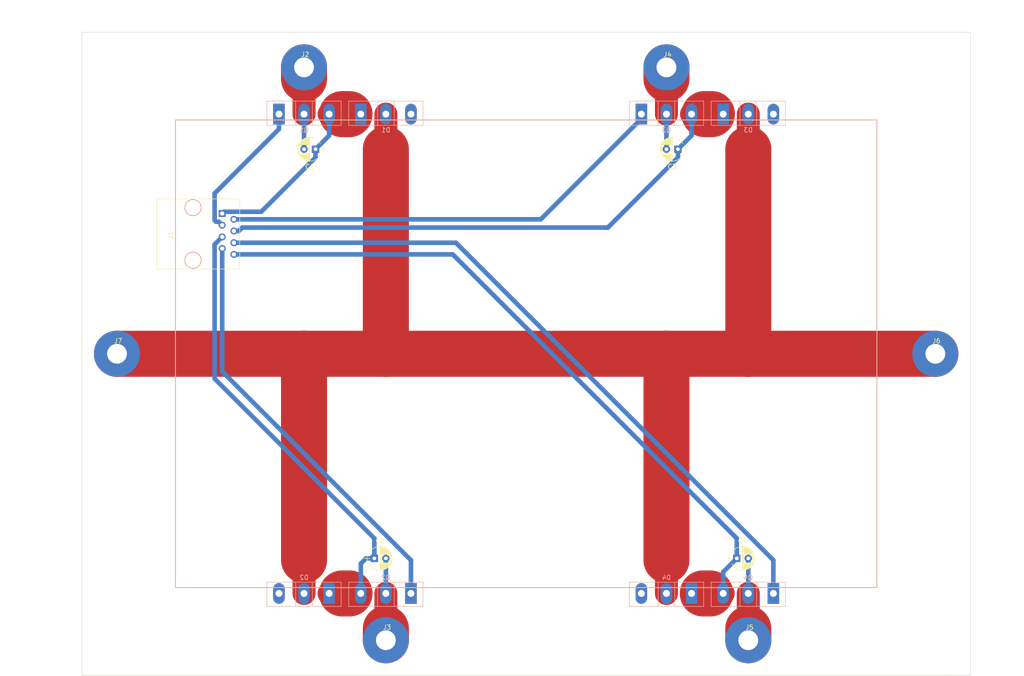
<source format=kicad_pcb>
(kicad_pcb (version 4) (host pcbnew 4.0.7)

  (general
    (links 29)
    (no_connects 0)
    (area 27.889999 20.269999 221.030001 160.070001)
    (thickness 1.6)
    (drawings 22)
    (tracks 81)
    (zones 0)
    (modules 19)
    (nets 18)
  )

  (page A4)
  (layers
    (0 F.Cu mixed)
    (31 B.Cu power)
    (32 B.Adhes user hide)
    (33 F.Adhes user hide)
    (34 B.Paste user hide)
    (35 F.Paste user hide)
    (36 B.SilkS user)
    (37 F.SilkS user)
    (38 B.Mask user)
    (39 F.Mask user)
    (40 Dwgs.User user)
    (41 Cmts.User user hide)
    (42 Eco1.User user hide)
    (43 Eco2.User user hide)
    (44 Edge.Cuts user)
    (45 Margin user hide)
    (46 B.CrtYd user)
    (47 F.CrtYd user)
    (48 B.Fab user hide)
    (49 F.Fab user hide)
  )

  (setup
    (last_trace_width 1)
    (trace_clearance 0.4)
    (zone_clearance 0.508)
    (zone_45_only no)
    (trace_min 0.2)
    (segment_width 0.2)
    (edge_width 0.1)
    (via_size 1.5)
    (via_drill 1)
    (via_min_size 0.4)
    (via_min_drill 0.3)
    (uvia_size 1)
    (uvia_drill 0.5)
    (uvias_allowed no)
    (uvia_min_size 0.2)
    (uvia_min_drill 0.1)
    (pcb_text_width 0.3)
    (pcb_text_size 1.5 1.5)
    (mod_edge_width 0.15)
    (mod_text_size 1 1)
    (mod_text_width 0.15)
    (pad_size 1.5 1.5)
    (pad_drill 0.6)
    (pad_to_mask_clearance 0)
    (aux_axis_origin 0 0)
    (visible_elements 7FFFFFFF)
    (pcbplotparams
      (layerselection 0x000f0_80000001)
      (usegerberextensions false)
      (excludeedgelayer true)
      (linewidth 0.100000)
      (plotframeref false)
      (viasonmask false)
      (mode 1)
      (useauxorigin false)
      (hpglpennumber 1)
      (hpglpenspeed 20)
      (hpglpendiameter 15)
      (hpglpenoverlay 2)
      (psnegative false)
      (psa4output false)
      (plotreference true)
      (plotvalue true)
      (plotinvisibletext false)
      (padsonsilk false)
      (subtractmaskfromsilk false)
      (outputformat 1)
      (mirror false)
      (drillshape 0)
      (scaleselection 1)
      (outputdirectory ""))
  )

  (net 0 "")
  (net 1 GND_ISO_1)
  (net 2 "Net-(C1-Pad2)")
  (net 3 GND_ISO_2)
  (net 4 "Net-(C2-Pad2)")
  (net 5 GND_ISO_3)
  (net 6 "Net-(C3-Pad2)")
  (net 7 GND_ISO_4)
  (net 8 "Net-(C4-Pad2)")
  (net 9 "/SinglePowerSwitch 1/PWR_OUT")
  (net 10 "Net-(D1-Pad3)")
  (net 11 "Net-(D2-Pad3)")
  (net 12 "Net-(D3-Pad3)")
  (net 13 "Net-(D4-Pad3)")
  (net 14 DRV_GATE_1)
  (net 15 DRV_GATE_2)
  (net 16 DRV_GATE_3)
  (net 17 DRV_GATE_4)

  (net_class Default "This is the default net class."
    (clearance 0.4)
    (trace_width 1)
    (via_dia 1.5)
    (via_drill 1)
    (uvia_dia 1)
    (uvia_drill 0.5)
    (add_net "/SinglePowerSwitch 1/PWR_OUT")
    (add_net DRV_GATE_1)
    (add_net DRV_GATE_2)
    (add_net DRV_GATE_3)
    (add_net DRV_GATE_4)
    (add_net GND_ISO_1)
    (add_net GND_ISO_2)
    (add_net GND_ISO_3)
    (add_net GND_ISO_4)
    (add_net "Net-(C1-Pad2)")
    (add_net "Net-(C2-Pad2)")
    (add_net "Net-(C3-Pad2)")
    (add_net "Net-(C4-Pad2)")
    (add_net "Net-(D1-Pad3)")
    (add_net "Net-(D2-Pad3)")
    (add_net "Net-(D3-Pad3)")
    (add_net "Net-(D4-Pad3)")
  )

  (module PartsLibraries:CP_Radial_D5.0mm_P2.50mm (layer F.Cu) (tedit 597BC7C2) (tstamp 59AF0722)
    (at 78.7 45.72 180)
    (descr "CP, Radial series, Radial, pin pitch=2.50mm, , diameter=5mm, Electrolytic Capacitor")
    (tags "CP Radial series Radial pin pitch 2.50mm  diameter 5mm Electrolytic Capacitor")
    (path /59AEDD49/59AEE01D)
    (fp_text reference C1 (at 1.25 -3.81 180) (layer F.SilkS)
      (effects (font (size 1 1) (thickness 0.15)))
    )
    (fp_text value C (at 1.25 3.81 180) (layer F.Fab)
      (effects (font (size 1 1) (thickness 0.15)))
    )
    (fp_arc (start 1.25 0) (end -1.05558 -1.18) (angle 125.8) (layer F.SilkS) (width 0.12))
    (fp_arc (start 1.25 0) (end -1.05558 1.18) (angle -125.8) (layer F.SilkS) (width 0.12))
    (fp_arc (start 1.25 0) (end 3.55558 -1.18) (angle 54.2) (layer F.SilkS) (width 0.12))
    (fp_circle (center 1.25 0) (end 3.75 0) (layer F.Fab) (width 0.1))
    (fp_line (start -2.2 0) (end -1 0) (layer F.Fab) (width 0.1))
    (fp_line (start -1.6 -0.65) (end -1.6 0.65) (layer F.Fab) (width 0.1))
    (fp_line (start 1.25 -2.55) (end 1.25 2.55) (layer F.SilkS) (width 0.12))
    (fp_line (start 1.29 -2.55) (end 1.29 2.55) (layer F.SilkS) (width 0.12))
    (fp_line (start 1.33 -2.549) (end 1.33 2.549) (layer F.SilkS) (width 0.12))
    (fp_line (start 1.37 -2.548) (end 1.37 2.548) (layer F.SilkS) (width 0.12))
    (fp_line (start 1.41 -2.546) (end 1.41 2.546) (layer F.SilkS) (width 0.12))
    (fp_line (start 1.45 -2.543) (end 1.45 2.543) (layer F.SilkS) (width 0.12))
    (fp_line (start 1.49 -2.539) (end 1.49 2.539) (layer F.SilkS) (width 0.12))
    (fp_line (start 1.53 -2.535) (end 1.53 -0.98) (layer F.SilkS) (width 0.12))
    (fp_line (start 1.53 0.98) (end 1.53 2.535) (layer F.SilkS) (width 0.12))
    (fp_line (start 1.57 -2.531) (end 1.57 -0.98) (layer F.SilkS) (width 0.12))
    (fp_line (start 1.57 0.98) (end 1.57 2.531) (layer F.SilkS) (width 0.12))
    (fp_line (start 1.61 -2.525) (end 1.61 -0.98) (layer F.SilkS) (width 0.12))
    (fp_line (start 1.61 0.98) (end 1.61 2.525) (layer F.SilkS) (width 0.12))
    (fp_line (start 1.65 -2.519) (end 1.65 -0.98) (layer F.SilkS) (width 0.12))
    (fp_line (start 1.65 0.98) (end 1.65 2.519) (layer F.SilkS) (width 0.12))
    (fp_line (start 1.69 -2.513) (end 1.69 -0.98) (layer F.SilkS) (width 0.12))
    (fp_line (start 1.69 0.98) (end 1.69 2.513) (layer F.SilkS) (width 0.12))
    (fp_line (start 1.73 -2.506) (end 1.73 -0.98) (layer F.SilkS) (width 0.12))
    (fp_line (start 1.73 0.98) (end 1.73 2.506) (layer F.SilkS) (width 0.12))
    (fp_line (start 1.77 -2.498) (end 1.77 -0.98) (layer F.SilkS) (width 0.12))
    (fp_line (start 1.77 0.98) (end 1.77 2.498) (layer F.SilkS) (width 0.12))
    (fp_line (start 1.81 -2.489) (end 1.81 -0.98) (layer F.SilkS) (width 0.12))
    (fp_line (start 1.81 0.98) (end 1.81 2.489) (layer F.SilkS) (width 0.12))
    (fp_line (start 1.85 -2.48) (end 1.85 -0.98) (layer F.SilkS) (width 0.12))
    (fp_line (start 1.85 0.98) (end 1.85 2.48) (layer F.SilkS) (width 0.12))
    (fp_line (start 1.89 -2.47) (end 1.89 -0.98) (layer F.SilkS) (width 0.12))
    (fp_line (start 1.89 0.98) (end 1.89 2.47) (layer F.SilkS) (width 0.12))
    (fp_line (start 1.93 -2.46) (end 1.93 -0.98) (layer F.SilkS) (width 0.12))
    (fp_line (start 1.93 0.98) (end 1.93 2.46) (layer F.SilkS) (width 0.12))
    (fp_line (start 1.971 -2.448) (end 1.971 -0.98) (layer F.SilkS) (width 0.12))
    (fp_line (start 1.971 0.98) (end 1.971 2.448) (layer F.SilkS) (width 0.12))
    (fp_line (start 2.011 -2.436) (end 2.011 -0.98) (layer F.SilkS) (width 0.12))
    (fp_line (start 2.011 0.98) (end 2.011 2.436) (layer F.SilkS) (width 0.12))
    (fp_line (start 2.051 -2.424) (end 2.051 -0.98) (layer F.SilkS) (width 0.12))
    (fp_line (start 2.051 0.98) (end 2.051 2.424) (layer F.SilkS) (width 0.12))
    (fp_line (start 2.091 -2.41) (end 2.091 -0.98) (layer F.SilkS) (width 0.12))
    (fp_line (start 2.091 0.98) (end 2.091 2.41) (layer F.SilkS) (width 0.12))
    (fp_line (start 2.131 -2.396) (end 2.131 -0.98) (layer F.SilkS) (width 0.12))
    (fp_line (start 2.131 0.98) (end 2.131 2.396) (layer F.SilkS) (width 0.12))
    (fp_line (start 2.171 -2.382) (end 2.171 -0.98) (layer F.SilkS) (width 0.12))
    (fp_line (start 2.171 0.98) (end 2.171 2.382) (layer F.SilkS) (width 0.12))
    (fp_line (start 2.211 -2.366) (end 2.211 -0.98) (layer F.SilkS) (width 0.12))
    (fp_line (start 2.211 0.98) (end 2.211 2.366) (layer F.SilkS) (width 0.12))
    (fp_line (start 2.251 -2.35) (end 2.251 -0.98) (layer F.SilkS) (width 0.12))
    (fp_line (start 2.251 0.98) (end 2.251 2.35) (layer F.SilkS) (width 0.12))
    (fp_line (start 2.291 -2.333) (end 2.291 -0.98) (layer F.SilkS) (width 0.12))
    (fp_line (start 2.291 0.98) (end 2.291 2.333) (layer F.SilkS) (width 0.12))
    (fp_line (start 2.331 -2.315) (end 2.331 -0.98) (layer F.SilkS) (width 0.12))
    (fp_line (start 2.331 0.98) (end 2.331 2.315) (layer F.SilkS) (width 0.12))
    (fp_line (start 2.371 -2.296) (end 2.371 -0.98) (layer F.SilkS) (width 0.12))
    (fp_line (start 2.371 0.98) (end 2.371 2.296) (layer F.SilkS) (width 0.12))
    (fp_line (start 2.411 -2.276) (end 2.411 -0.98) (layer F.SilkS) (width 0.12))
    (fp_line (start 2.411 0.98) (end 2.411 2.276) (layer F.SilkS) (width 0.12))
    (fp_line (start 2.451 -2.256) (end 2.451 -0.98) (layer F.SilkS) (width 0.12))
    (fp_line (start 2.451 0.98) (end 2.451 2.256) (layer F.SilkS) (width 0.12))
    (fp_line (start 2.491 -2.234) (end 2.491 -0.98) (layer F.SilkS) (width 0.12))
    (fp_line (start 2.491 0.98) (end 2.491 2.234) (layer F.SilkS) (width 0.12))
    (fp_line (start 2.531 -2.212) (end 2.531 -0.98) (layer F.SilkS) (width 0.12))
    (fp_line (start 2.531 0.98) (end 2.531 2.212) (layer F.SilkS) (width 0.12))
    (fp_line (start 2.571 -2.189) (end 2.571 -0.98) (layer F.SilkS) (width 0.12))
    (fp_line (start 2.571 0.98) (end 2.571 2.189) (layer F.SilkS) (width 0.12))
    (fp_line (start 2.611 -2.165) (end 2.611 -0.98) (layer F.SilkS) (width 0.12))
    (fp_line (start 2.611 0.98) (end 2.611 2.165) (layer F.SilkS) (width 0.12))
    (fp_line (start 2.651 -2.14) (end 2.651 -0.98) (layer F.SilkS) (width 0.12))
    (fp_line (start 2.651 0.98) (end 2.651 2.14) (layer F.SilkS) (width 0.12))
    (fp_line (start 2.691 -2.113) (end 2.691 -0.98) (layer F.SilkS) (width 0.12))
    (fp_line (start 2.691 0.98) (end 2.691 2.113) (layer F.SilkS) (width 0.12))
    (fp_line (start 2.731 -2.086) (end 2.731 -0.98) (layer F.SilkS) (width 0.12))
    (fp_line (start 2.731 0.98) (end 2.731 2.086) (layer F.SilkS) (width 0.12))
    (fp_line (start 2.771 -2.058) (end 2.771 -0.98) (layer F.SilkS) (width 0.12))
    (fp_line (start 2.771 0.98) (end 2.771 2.058) (layer F.SilkS) (width 0.12))
    (fp_line (start 2.811 -2.028) (end 2.811 -0.98) (layer F.SilkS) (width 0.12))
    (fp_line (start 2.811 0.98) (end 2.811 2.028) (layer F.SilkS) (width 0.12))
    (fp_line (start 2.851 -1.997) (end 2.851 -0.98) (layer F.SilkS) (width 0.12))
    (fp_line (start 2.851 0.98) (end 2.851 1.997) (layer F.SilkS) (width 0.12))
    (fp_line (start 2.891 -1.965) (end 2.891 -0.98) (layer F.SilkS) (width 0.12))
    (fp_line (start 2.891 0.98) (end 2.891 1.965) (layer F.SilkS) (width 0.12))
    (fp_line (start 2.931 -1.932) (end 2.931 -0.98) (layer F.SilkS) (width 0.12))
    (fp_line (start 2.931 0.98) (end 2.931 1.932) (layer F.SilkS) (width 0.12))
    (fp_line (start 2.971 -1.897) (end 2.971 -0.98) (layer F.SilkS) (width 0.12))
    (fp_line (start 2.971 0.98) (end 2.971 1.897) (layer F.SilkS) (width 0.12))
    (fp_line (start 3.011 -1.861) (end 3.011 -0.98) (layer F.SilkS) (width 0.12))
    (fp_line (start 3.011 0.98) (end 3.011 1.861) (layer F.SilkS) (width 0.12))
    (fp_line (start 3.051 -1.823) (end 3.051 -0.98) (layer F.SilkS) (width 0.12))
    (fp_line (start 3.051 0.98) (end 3.051 1.823) (layer F.SilkS) (width 0.12))
    (fp_line (start 3.091 -1.783) (end 3.091 -0.98) (layer F.SilkS) (width 0.12))
    (fp_line (start 3.091 0.98) (end 3.091 1.783) (layer F.SilkS) (width 0.12))
    (fp_line (start 3.131 -1.742) (end 3.131 -0.98) (layer F.SilkS) (width 0.12))
    (fp_line (start 3.131 0.98) (end 3.131 1.742) (layer F.SilkS) (width 0.12))
    (fp_line (start 3.171 -1.699) (end 3.171 -0.98) (layer F.SilkS) (width 0.12))
    (fp_line (start 3.171 0.98) (end 3.171 1.699) (layer F.SilkS) (width 0.12))
    (fp_line (start 3.211 -1.654) (end 3.211 -0.98) (layer F.SilkS) (width 0.12))
    (fp_line (start 3.211 0.98) (end 3.211 1.654) (layer F.SilkS) (width 0.12))
    (fp_line (start 3.251 -1.606) (end 3.251 -0.98) (layer F.SilkS) (width 0.12))
    (fp_line (start 3.251 0.98) (end 3.251 1.606) (layer F.SilkS) (width 0.12))
    (fp_line (start 3.291 -1.556) (end 3.291 -0.98) (layer F.SilkS) (width 0.12))
    (fp_line (start 3.291 0.98) (end 3.291 1.556) (layer F.SilkS) (width 0.12))
    (fp_line (start 3.331 -1.504) (end 3.331 -0.98) (layer F.SilkS) (width 0.12))
    (fp_line (start 3.331 0.98) (end 3.331 1.504) (layer F.SilkS) (width 0.12))
    (fp_line (start 3.371 -1.448) (end 3.371 -0.98) (layer F.SilkS) (width 0.12))
    (fp_line (start 3.371 0.98) (end 3.371 1.448) (layer F.SilkS) (width 0.12))
    (fp_line (start 3.411 -1.39) (end 3.411 -0.98) (layer F.SilkS) (width 0.12))
    (fp_line (start 3.411 0.98) (end 3.411 1.39) (layer F.SilkS) (width 0.12))
    (fp_line (start 3.451 -1.327) (end 3.451 -0.98) (layer F.SilkS) (width 0.12))
    (fp_line (start 3.451 0.98) (end 3.451 1.327) (layer F.SilkS) (width 0.12))
    (fp_line (start 3.491 -1.261) (end 3.491 1.261) (layer F.SilkS) (width 0.12))
    (fp_line (start 3.531 -1.189) (end 3.531 1.189) (layer F.SilkS) (width 0.12))
    (fp_line (start 3.571 -1.112) (end 3.571 1.112) (layer F.SilkS) (width 0.12))
    (fp_line (start 3.611 -1.028) (end 3.611 1.028) (layer F.SilkS) (width 0.12))
    (fp_line (start 3.651 -0.934) (end 3.651 0.934) (layer F.SilkS) (width 0.12))
    (fp_line (start 3.691 -0.829) (end 3.691 0.829) (layer F.SilkS) (width 0.12))
    (fp_line (start 3.731 -0.707) (end 3.731 0.707) (layer F.SilkS) (width 0.12))
    (fp_line (start 3.771 -0.559) (end 3.771 0.559) (layer F.SilkS) (width 0.12))
    (fp_line (start 3.811 -0.354) (end 3.811 0.354) (layer F.SilkS) (width 0.12))
    (fp_line (start -2.2 0) (end -1 0) (layer F.SilkS) (width 0.12))
    (fp_line (start -1.6 -0.65) (end -1.6 0.65) (layer F.SilkS) (width 0.12))
    (fp_line (start -1.6 -2.85) (end -1.6 2.85) (layer F.CrtYd) (width 0.05))
    (fp_line (start -1.6 2.85) (end 4.1 2.85) (layer F.CrtYd) (width 0.05))
    (fp_line (start 4.1 2.85) (end 4.1 -2.85) (layer F.CrtYd) (width 0.05))
    (fp_line (start 4.1 -2.85) (end -1.6 -2.85) (layer F.CrtYd) (width 0.05))
    (fp_text user %R (at 1.25 0 180) (layer F.Fab)
      (effects (font (size 1 1) (thickness 0.15)))
    )
    (pad 1 thru_hole rect (at 0 0 180) (size 1.6 1.6) (drill 0.8) (layers *.Cu *.Mask)
      (net 1 GND_ISO_1))
    (pad 2 thru_hole circle (at 2.5 0 180) (size 1.6 1.6) (drill 0.8) (layers *.Cu *.Mask)
      (net 2 "Net-(C1-Pad2)"))
    (model ${KISYS3DMOD}/Capacitors_THT.3dshapes/CP_Radial_D5.0mm_P2.50mm.wrl
      (at (xyz 0 0 0))
      (scale (xyz 1 1 1))
      (rotate (xyz 0 0 0))
    )
  )

  (module PartsLibraries:CP_Radial_D5.0mm_P2.50mm (layer F.Cu) (tedit 597BC7C2) (tstamp 59AF07A7)
    (at 91.48 134.62)
    (descr "CP, Radial series, Radial, pin pitch=2.50mm, , diameter=5mm, Electrolytic Capacitor")
    (tags "CP Radial series Radial pin pitch 2.50mm  diameter 5mm Electrolytic Capacitor")
    (path /59AEEDCB/59AEE01D)
    (fp_text reference C2 (at 1.25 -3.81) (layer F.SilkS)
      (effects (font (size 1 1) (thickness 0.15)))
    )
    (fp_text value C (at 1.25 3.81) (layer F.Fab)
      (effects (font (size 1 1) (thickness 0.15)))
    )
    (fp_arc (start 1.25 0) (end -1.05558 -1.18) (angle 125.8) (layer F.SilkS) (width 0.12))
    (fp_arc (start 1.25 0) (end -1.05558 1.18) (angle -125.8) (layer F.SilkS) (width 0.12))
    (fp_arc (start 1.25 0) (end 3.55558 -1.18) (angle 54.2) (layer F.SilkS) (width 0.12))
    (fp_circle (center 1.25 0) (end 3.75 0) (layer F.Fab) (width 0.1))
    (fp_line (start -2.2 0) (end -1 0) (layer F.Fab) (width 0.1))
    (fp_line (start -1.6 -0.65) (end -1.6 0.65) (layer F.Fab) (width 0.1))
    (fp_line (start 1.25 -2.55) (end 1.25 2.55) (layer F.SilkS) (width 0.12))
    (fp_line (start 1.29 -2.55) (end 1.29 2.55) (layer F.SilkS) (width 0.12))
    (fp_line (start 1.33 -2.549) (end 1.33 2.549) (layer F.SilkS) (width 0.12))
    (fp_line (start 1.37 -2.548) (end 1.37 2.548) (layer F.SilkS) (width 0.12))
    (fp_line (start 1.41 -2.546) (end 1.41 2.546) (layer F.SilkS) (width 0.12))
    (fp_line (start 1.45 -2.543) (end 1.45 2.543) (layer F.SilkS) (width 0.12))
    (fp_line (start 1.49 -2.539) (end 1.49 2.539) (layer F.SilkS) (width 0.12))
    (fp_line (start 1.53 -2.535) (end 1.53 -0.98) (layer F.SilkS) (width 0.12))
    (fp_line (start 1.53 0.98) (end 1.53 2.535) (layer F.SilkS) (width 0.12))
    (fp_line (start 1.57 -2.531) (end 1.57 -0.98) (layer F.SilkS) (width 0.12))
    (fp_line (start 1.57 0.98) (end 1.57 2.531) (layer F.SilkS) (width 0.12))
    (fp_line (start 1.61 -2.525) (end 1.61 -0.98) (layer F.SilkS) (width 0.12))
    (fp_line (start 1.61 0.98) (end 1.61 2.525) (layer F.SilkS) (width 0.12))
    (fp_line (start 1.65 -2.519) (end 1.65 -0.98) (layer F.SilkS) (width 0.12))
    (fp_line (start 1.65 0.98) (end 1.65 2.519) (layer F.SilkS) (width 0.12))
    (fp_line (start 1.69 -2.513) (end 1.69 -0.98) (layer F.SilkS) (width 0.12))
    (fp_line (start 1.69 0.98) (end 1.69 2.513) (layer F.SilkS) (width 0.12))
    (fp_line (start 1.73 -2.506) (end 1.73 -0.98) (layer F.SilkS) (width 0.12))
    (fp_line (start 1.73 0.98) (end 1.73 2.506) (layer F.SilkS) (width 0.12))
    (fp_line (start 1.77 -2.498) (end 1.77 -0.98) (layer F.SilkS) (width 0.12))
    (fp_line (start 1.77 0.98) (end 1.77 2.498) (layer F.SilkS) (width 0.12))
    (fp_line (start 1.81 -2.489) (end 1.81 -0.98) (layer F.SilkS) (width 0.12))
    (fp_line (start 1.81 0.98) (end 1.81 2.489) (layer F.SilkS) (width 0.12))
    (fp_line (start 1.85 -2.48) (end 1.85 -0.98) (layer F.SilkS) (width 0.12))
    (fp_line (start 1.85 0.98) (end 1.85 2.48) (layer F.SilkS) (width 0.12))
    (fp_line (start 1.89 -2.47) (end 1.89 -0.98) (layer F.SilkS) (width 0.12))
    (fp_line (start 1.89 0.98) (end 1.89 2.47) (layer F.SilkS) (width 0.12))
    (fp_line (start 1.93 -2.46) (end 1.93 -0.98) (layer F.SilkS) (width 0.12))
    (fp_line (start 1.93 0.98) (end 1.93 2.46) (layer F.SilkS) (width 0.12))
    (fp_line (start 1.971 -2.448) (end 1.971 -0.98) (layer F.SilkS) (width 0.12))
    (fp_line (start 1.971 0.98) (end 1.971 2.448) (layer F.SilkS) (width 0.12))
    (fp_line (start 2.011 -2.436) (end 2.011 -0.98) (layer F.SilkS) (width 0.12))
    (fp_line (start 2.011 0.98) (end 2.011 2.436) (layer F.SilkS) (width 0.12))
    (fp_line (start 2.051 -2.424) (end 2.051 -0.98) (layer F.SilkS) (width 0.12))
    (fp_line (start 2.051 0.98) (end 2.051 2.424) (layer F.SilkS) (width 0.12))
    (fp_line (start 2.091 -2.41) (end 2.091 -0.98) (layer F.SilkS) (width 0.12))
    (fp_line (start 2.091 0.98) (end 2.091 2.41) (layer F.SilkS) (width 0.12))
    (fp_line (start 2.131 -2.396) (end 2.131 -0.98) (layer F.SilkS) (width 0.12))
    (fp_line (start 2.131 0.98) (end 2.131 2.396) (layer F.SilkS) (width 0.12))
    (fp_line (start 2.171 -2.382) (end 2.171 -0.98) (layer F.SilkS) (width 0.12))
    (fp_line (start 2.171 0.98) (end 2.171 2.382) (layer F.SilkS) (width 0.12))
    (fp_line (start 2.211 -2.366) (end 2.211 -0.98) (layer F.SilkS) (width 0.12))
    (fp_line (start 2.211 0.98) (end 2.211 2.366) (layer F.SilkS) (width 0.12))
    (fp_line (start 2.251 -2.35) (end 2.251 -0.98) (layer F.SilkS) (width 0.12))
    (fp_line (start 2.251 0.98) (end 2.251 2.35) (layer F.SilkS) (width 0.12))
    (fp_line (start 2.291 -2.333) (end 2.291 -0.98) (layer F.SilkS) (width 0.12))
    (fp_line (start 2.291 0.98) (end 2.291 2.333) (layer F.SilkS) (width 0.12))
    (fp_line (start 2.331 -2.315) (end 2.331 -0.98) (layer F.SilkS) (width 0.12))
    (fp_line (start 2.331 0.98) (end 2.331 2.315) (layer F.SilkS) (width 0.12))
    (fp_line (start 2.371 -2.296) (end 2.371 -0.98) (layer F.SilkS) (width 0.12))
    (fp_line (start 2.371 0.98) (end 2.371 2.296) (layer F.SilkS) (width 0.12))
    (fp_line (start 2.411 -2.276) (end 2.411 -0.98) (layer F.SilkS) (width 0.12))
    (fp_line (start 2.411 0.98) (end 2.411 2.276) (layer F.SilkS) (width 0.12))
    (fp_line (start 2.451 -2.256) (end 2.451 -0.98) (layer F.SilkS) (width 0.12))
    (fp_line (start 2.451 0.98) (end 2.451 2.256) (layer F.SilkS) (width 0.12))
    (fp_line (start 2.491 -2.234) (end 2.491 -0.98) (layer F.SilkS) (width 0.12))
    (fp_line (start 2.491 0.98) (end 2.491 2.234) (layer F.SilkS) (width 0.12))
    (fp_line (start 2.531 -2.212) (end 2.531 -0.98) (layer F.SilkS) (width 0.12))
    (fp_line (start 2.531 0.98) (end 2.531 2.212) (layer F.SilkS) (width 0.12))
    (fp_line (start 2.571 -2.189) (end 2.571 -0.98) (layer F.SilkS) (width 0.12))
    (fp_line (start 2.571 0.98) (end 2.571 2.189) (layer F.SilkS) (width 0.12))
    (fp_line (start 2.611 -2.165) (end 2.611 -0.98) (layer F.SilkS) (width 0.12))
    (fp_line (start 2.611 0.98) (end 2.611 2.165) (layer F.SilkS) (width 0.12))
    (fp_line (start 2.651 -2.14) (end 2.651 -0.98) (layer F.SilkS) (width 0.12))
    (fp_line (start 2.651 0.98) (end 2.651 2.14) (layer F.SilkS) (width 0.12))
    (fp_line (start 2.691 -2.113) (end 2.691 -0.98) (layer F.SilkS) (width 0.12))
    (fp_line (start 2.691 0.98) (end 2.691 2.113) (layer F.SilkS) (width 0.12))
    (fp_line (start 2.731 -2.086) (end 2.731 -0.98) (layer F.SilkS) (width 0.12))
    (fp_line (start 2.731 0.98) (end 2.731 2.086) (layer F.SilkS) (width 0.12))
    (fp_line (start 2.771 -2.058) (end 2.771 -0.98) (layer F.SilkS) (width 0.12))
    (fp_line (start 2.771 0.98) (end 2.771 2.058) (layer F.SilkS) (width 0.12))
    (fp_line (start 2.811 -2.028) (end 2.811 -0.98) (layer F.SilkS) (width 0.12))
    (fp_line (start 2.811 0.98) (end 2.811 2.028) (layer F.SilkS) (width 0.12))
    (fp_line (start 2.851 -1.997) (end 2.851 -0.98) (layer F.SilkS) (width 0.12))
    (fp_line (start 2.851 0.98) (end 2.851 1.997) (layer F.SilkS) (width 0.12))
    (fp_line (start 2.891 -1.965) (end 2.891 -0.98) (layer F.SilkS) (width 0.12))
    (fp_line (start 2.891 0.98) (end 2.891 1.965) (layer F.SilkS) (width 0.12))
    (fp_line (start 2.931 -1.932) (end 2.931 -0.98) (layer F.SilkS) (width 0.12))
    (fp_line (start 2.931 0.98) (end 2.931 1.932) (layer F.SilkS) (width 0.12))
    (fp_line (start 2.971 -1.897) (end 2.971 -0.98) (layer F.SilkS) (width 0.12))
    (fp_line (start 2.971 0.98) (end 2.971 1.897) (layer F.SilkS) (width 0.12))
    (fp_line (start 3.011 -1.861) (end 3.011 -0.98) (layer F.SilkS) (width 0.12))
    (fp_line (start 3.011 0.98) (end 3.011 1.861) (layer F.SilkS) (width 0.12))
    (fp_line (start 3.051 -1.823) (end 3.051 -0.98) (layer F.SilkS) (width 0.12))
    (fp_line (start 3.051 0.98) (end 3.051 1.823) (layer F.SilkS) (width 0.12))
    (fp_line (start 3.091 -1.783) (end 3.091 -0.98) (layer F.SilkS) (width 0.12))
    (fp_line (start 3.091 0.98) (end 3.091 1.783) (layer F.SilkS) (width 0.12))
    (fp_line (start 3.131 -1.742) (end 3.131 -0.98) (layer F.SilkS) (width 0.12))
    (fp_line (start 3.131 0.98) (end 3.131 1.742) (layer F.SilkS) (width 0.12))
    (fp_line (start 3.171 -1.699) (end 3.171 -0.98) (layer F.SilkS) (width 0.12))
    (fp_line (start 3.171 0.98) (end 3.171 1.699) (layer F.SilkS) (width 0.12))
    (fp_line (start 3.211 -1.654) (end 3.211 -0.98) (layer F.SilkS) (width 0.12))
    (fp_line (start 3.211 0.98) (end 3.211 1.654) (layer F.SilkS) (width 0.12))
    (fp_line (start 3.251 -1.606) (end 3.251 -0.98) (layer F.SilkS) (width 0.12))
    (fp_line (start 3.251 0.98) (end 3.251 1.606) (layer F.SilkS) (width 0.12))
    (fp_line (start 3.291 -1.556) (end 3.291 -0.98) (layer F.SilkS) (width 0.12))
    (fp_line (start 3.291 0.98) (end 3.291 1.556) (layer F.SilkS) (width 0.12))
    (fp_line (start 3.331 -1.504) (end 3.331 -0.98) (layer F.SilkS) (width 0.12))
    (fp_line (start 3.331 0.98) (end 3.331 1.504) (layer F.SilkS) (width 0.12))
    (fp_line (start 3.371 -1.448) (end 3.371 -0.98) (layer F.SilkS) (width 0.12))
    (fp_line (start 3.371 0.98) (end 3.371 1.448) (layer F.SilkS) (width 0.12))
    (fp_line (start 3.411 -1.39) (end 3.411 -0.98) (layer F.SilkS) (width 0.12))
    (fp_line (start 3.411 0.98) (end 3.411 1.39) (layer F.SilkS) (width 0.12))
    (fp_line (start 3.451 -1.327) (end 3.451 -0.98) (layer F.SilkS) (width 0.12))
    (fp_line (start 3.451 0.98) (end 3.451 1.327) (layer F.SilkS) (width 0.12))
    (fp_line (start 3.491 -1.261) (end 3.491 1.261) (layer F.SilkS) (width 0.12))
    (fp_line (start 3.531 -1.189) (end 3.531 1.189) (layer F.SilkS) (width 0.12))
    (fp_line (start 3.571 -1.112) (end 3.571 1.112) (layer F.SilkS) (width 0.12))
    (fp_line (start 3.611 -1.028) (end 3.611 1.028) (layer F.SilkS) (width 0.12))
    (fp_line (start 3.651 -0.934) (end 3.651 0.934) (layer F.SilkS) (width 0.12))
    (fp_line (start 3.691 -0.829) (end 3.691 0.829) (layer F.SilkS) (width 0.12))
    (fp_line (start 3.731 -0.707) (end 3.731 0.707) (layer F.SilkS) (width 0.12))
    (fp_line (start 3.771 -0.559) (end 3.771 0.559) (layer F.SilkS) (width 0.12))
    (fp_line (start 3.811 -0.354) (end 3.811 0.354) (layer F.SilkS) (width 0.12))
    (fp_line (start -2.2 0) (end -1 0) (layer F.SilkS) (width 0.12))
    (fp_line (start -1.6 -0.65) (end -1.6 0.65) (layer F.SilkS) (width 0.12))
    (fp_line (start -1.6 -2.85) (end -1.6 2.85) (layer F.CrtYd) (width 0.05))
    (fp_line (start -1.6 2.85) (end 4.1 2.85) (layer F.CrtYd) (width 0.05))
    (fp_line (start 4.1 2.85) (end 4.1 -2.85) (layer F.CrtYd) (width 0.05))
    (fp_line (start 4.1 -2.85) (end -1.6 -2.85) (layer F.CrtYd) (width 0.05))
    (fp_text user %R (at 1.25 0) (layer F.Fab)
      (effects (font (size 1 1) (thickness 0.15)))
    )
    (pad 1 thru_hole rect (at 0 0) (size 1.6 1.6) (drill 0.8) (layers *.Cu *.Mask)
      (net 3 GND_ISO_2))
    (pad 2 thru_hole circle (at 2.5 0) (size 1.6 1.6) (drill 0.8) (layers *.Cu *.Mask)
      (net 4 "Net-(C2-Pad2)"))
    (model ${KISYS3DMOD}/Capacitors_THT.3dshapes/CP_Radial_D5.0mm_P2.50mm.wrl
      (at (xyz 0 0 0))
      (scale (xyz 1 1 1))
      (rotate (xyz 0 0 0))
    )
  )

  (module PartsLibraries:CP_Radial_D5.0mm_P2.50mm (layer F.Cu) (tedit 597BC7C2) (tstamp 59AF082C)
    (at 157.44 45.72 180)
    (descr "CP, Radial series, Radial, pin pitch=2.50mm, , diameter=5mm, Electrolytic Capacitor")
    (tags "CP Radial series Radial pin pitch 2.50mm  diameter 5mm Electrolytic Capacitor")
    (path /59AEEFC6/59AEE01D)
    (fp_text reference C3 (at 1.25 -3.81 180) (layer F.SilkS)
      (effects (font (size 1 1) (thickness 0.15)))
    )
    (fp_text value C (at 1.25 3.81 180) (layer F.Fab)
      (effects (font (size 1 1) (thickness 0.15)))
    )
    (fp_arc (start 1.25 0) (end -1.05558 -1.18) (angle 125.8) (layer F.SilkS) (width 0.12))
    (fp_arc (start 1.25 0) (end -1.05558 1.18) (angle -125.8) (layer F.SilkS) (width 0.12))
    (fp_arc (start 1.25 0) (end 3.55558 -1.18) (angle 54.2) (layer F.SilkS) (width 0.12))
    (fp_circle (center 1.25 0) (end 3.75 0) (layer F.Fab) (width 0.1))
    (fp_line (start -2.2 0) (end -1 0) (layer F.Fab) (width 0.1))
    (fp_line (start -1.6 -0.65) (end -1.6 0.65) (layer F.Fab) (width 0.1))
    (fp_line (start 1.25 -2.55) (end 1.25 2.55) (layer F.SilkS) (width 0.12))
    (fp_line (start 1.29 -2.55) (end 1.29 2.55) (layer F.SilkS) (width 0.12))
    (fp_line (start 1.33 -2.549) (end 1.33 2.549) (layer F.SilkS) (width 0.12))
    (fp_line (start 1.37 -2.548) (end 1.37 2.548) (layer F.SilkS) (width 0.12))
    (fp_line (start 1.41 -2.546) (end 1.41 2.546) (layer F.SilkS) (width 0.12))
    (fp_line (start 1.45 -2.543) (end 1.45 2.543) (layer F.SilkS) (width 0.12))
    (fp_line (start 1.49 -2.539) (end 1.49 2.539) (layer F.SilkS) (width 0.12))
    (fp_line (start 1.53 -2.535) (end 1.53 -0.98) (layer F.SilkS) (width 0.12))
    (fp_line (start 1.53 0.98) (end 1.53 2.535) (layer F.SilkS) (width 0.12))
    (fp_line (start 1.57 -2.531) (end 1.57 -0.98) (layer F.SilkS) (width 0.12))
    (fp_line (start 1.57 0.98) (end 1.57 2.531) (layer F.SilkS) (width 0.12))
    (fp_line (start 1.61 -2.525) (end 1.61 -0.98) (layer F.SilkS) (width 0.12))
    (fp_line (start 1.61 0.98) (end 1.61 2.525) (layer F.SilkS) (width 0.12))
    (fp_line (start 1.65 -2.519) (end 1.65 -0.98) (layer F.SilkS) (width 0.12))
    (fp_line (start 1.65 0.98) (end 1.65 2.519) (layer F.SilkS) (width 0.12))
    (fp_line (start 1.69 -2.513) (end 1.69 -0.98) (layer F.SilkS) (width 0.12))
    (fp_line (start 1.69 0.98) (end 1.69 2.513) (layer F.SilkS) (width 0.12))
    (fp_line (start 1.73 -2.506) (end 1.73 -0.98) (layer F.SilkS) (width 0.12))
    (fp_line (start 1.73 0.98) (end 1.73 2.506) (layer F.SilkS) (width 0.12))
    (fp_line (start 1.77 -2.498) (end 1.77 -0.98) (layer F.SilkS) (width 0.12))
    (fp_line (start 1.77 0.98) (end 1.77 2.498) (layer F.SilkS) (width 0.12))
    (fp_line (start 1.81 -2.489) (end 1.81 -0.98) (layer F.SilkS) (width 0.12))
    (fp_line (start 1.81 0.98) (end 1.81 2.489) (layer F.SilkS) (width 0.12))
    (fp_line (start 1.85 -2.48) (end 1.85 -0.98) (layer F.SilkS) (width 0.12))
    (fp_line (start 1.85 0.98) (end 1.85 2.48) (layer F.SilkS) (width 0.12))
    (fp_line (start 1.89 -2.47) (end 1.89 -0.98) (layer F.SilkS) (width 0.12))
    (fp_line (start 1.89 0.98) (end 1.89 2.47) (layer F.SilkS) (width 0.12))
    (fp_line (start 1.93 -2.46) (end 1.93 -0.98) (layer F.SilkS) (width 0.12))
    (fp_line (start 1.93 0.98) (end 1.93 2.46) (layer F.SilkS) (width 0.12))
    (fp_line (start 1.971 -2.448) (end 1.971 -0.98) (layer F.SilkS) (width 0.12))
    (fp_line (start 1.971 0.98) (end 1.971 2.448) (layer F.SilkS) (width 0.12))
    (fp_line (start 2.011 -2.436) (end 2.011 -0.98) (layer F.SilkS) (width 0.12))
    (fp_line (start 2.011 0.98) (end 2.011 2.436) (layer F.SilkS) (width 0.12))
    (fp_line (start 2.051 -2.424) (end 2.051 -0.98) (layer F.SilkS) (width 0.12))
    (fp_line (start 2.051 0.98) (end 2.051 2.424) (layer F.SilkS) (width 0.12))
    (fp_line (start 2.091 -2.41) (end 2.091 -0.98) (layer F.SilkS) (width 0.12))
    (fp_line (start 2.091 0.98) (end 2.091 2.41) (layer F.SilkS) (width 0.12))
    (fp_line (start 2.131 -2.396) (end 2.131 -0.98) (layer F.SilkS) (width 0.12))
    (fp_line (start 2.131 0.98) (end 2.131 2.396) (layer F.SilkS) (width 0.12))
    (fp_line (start 2.171 -2.382) (end 2.171 -0.98) (layer F.SilkS) (width 0.12))
    (fp_line (start 2.171 0.98) (end 2.171 2.382) (layer F.SilkS) (width 0.12))
    (fp_line (start 2.211 -2.366) (end 2.211 -0.98) (layer F.SilkS) (width 0.12))
    (fp_line (start 2.211 0.98) (end 2.211 2.366) (layer F.SilkS) (width 0.12))
    (fp_line (start 2.251 -2.35) (end 2.251 -0.98) (layer F.SilkS) (width 0.12))
    (fp_line (start 2.251 0.98) (end 2.251 2.35) (layer F.SilkS) (width 0.12))
    (fp_line (start 2.291 -2.333) (end 2.291 -0.98) (layer F.SilkS) (width 0.12))
    (fp_line (start 2.291 0.98) (end 2.291 2.333) (layer F.SilkS) (width 0.12))
    (fp_line (start 2.331 -2.315) (end 2.331 -0.98) (layer F.SilkS) (width 0.12))
    (fp_line (start 2.331 0.98) (end 2.331 2.315) (layer F.SilkS) (width 0.12))
    (fp_line (start 2.371 -2.296) (end 2.371 -0.98) (layer F.SilkS) (width 0.12))
    (fp_line (start 2.371 0.98) (end 2.371 2.296) (layer F.SilkS) (width 0.12))
    (fp_line (start 2.411 -2.276) (end 2.411 -0.98) (layer F.SilkS) (width 0.12))
    (fp_line (start 2.411 0.98) (end 2.411 2.276) (layer F.SilkS) (width 0.12))
    (fp_line (start 2.451 -2.256) (end 2.451 -0.98) (layer F.SilkS) (width 0.12))
    (fp_line (start 2.451 0.98) (end 2.451 2.256) (layer F.SilkS) (width 0.12))
    (fp_line (start 2.491 -2.234) (end 2.491 -0.98) (layer F.SilkS) (width 0.12))
    (fp_line (start 2.491 0.98) (end 2.491 2.234) (layer F.SilkS) (width 0.12))
    (fp_line (start 2.531 -2.212) (end 2.531 -0.98) (layer F.SilkS) (width 0.12))
    (fp_line (start 2.531 0.98) (end 2.531 2.212) (layer F.SilkS) (width 0.12))
    (fp_line (start 2.571 -2.189) (end 2.571 -0.98) (layer F.SilkS) (width 0.12))
    (fp_line (start 2.571 0.98) (end 2.571 2.189) (layer F.SilkS) (width 0.12))
    (fp_line (start 2.611 -2.165) (end 2.611 -0.98) (layer F.SilkS) (width 0.12))
    (fp_line (start 2.611 0.98) (end 2.611 2.165) (layer F.SilkS) (width 0.12))
    (fp_line (start 2.651 -2.14) (end 2.651 -0.98) (layer F.SilkS) (width 0.12))
    (fp_line (start 2.651 0.98) (end 2.651 2.14) (layer F.SilkS) (width 0.12))
    (fp_line (start 2.691 -2.113) (end 2.691 -0.98) (layer F.SilkS) (width 0.12))
    (fp_line (start 2.691 0.98) (end 2.691 2.113) (layer F.SilkS) (width 0.12))
    (fp_line (start 2.731 -2.086) (end 2.731 -0.98) (layer F.SilkS) (width 0.12))
    (fp_line (start 2.731 0.98) (end 2.731 2.086) (layer F.SilkS) (width 0.12))
    (fp_line (start 2.771 -2.058) (end 2.771 -0.98) (layer F.SilkS) (width 0.12))
    (fp_line (start 2.771 0.98) (end 2.771 2.058) (layer F.SilkS) (width 0.12))
    (fp_line (start 2.811 -2.028) (end 2.811 -0.98) (layer F.SilkS) (width 0.12))
    (fp_line (start 2.811 0.98) (end 2.811 2.028) (layer F.SilkS) (width 0.12))
    (fp_line (start 2.851 -1.997) (end 2.851 -0.98) (layer F.SilkS) (width 0.12))
    (fp_line (start 2.851 0.98) (end 2.851 1.997) (layer F.SilkS) (width 0.12))
    (fp_line (start 2.891 -1.965) (end 2.891 -0.98) (layer F.SilkS) (width 0.12))
    (fp_line (start 2.891 0.98) (end 2.891 1.965) (layer F.SilkS) (width 0.12))
    (fp_line (start 2.931 -1.932) (end 2.931 -0.98) (layer F.SilkS) (width 0.12))
    (fp_line (start 2.931 0.98) (end 2.931 1.932) (layer F.SilkS) (width 0.12))
    (fp_line (start 2.971 -1.897) (end 2.971 -0.98) (layer F.SilkS) (width 0.12))
    (fp_line (start 2.971 0.98) (end 2.971 1.897) (layer F.SilkS) (width 0.12))
    (fp_line (start 3.011 -1.861) (end 3.011 -0.98) (layer F.SilkS) (width 0.12))
    (fp_line (start 3.011 0.98) (end 3.011 1.861) (layer F.SilkS) (width 0.12))
    (fp_line (start 3.051 -1.823) (end 3.051 -0.98) (layer F.SilkS) (width 0.12))
    (fp_line (start 3.051 0.98) (end 3.051 1.823) (layer F.SilkS) (width 0.12))
    (fp_line (start 3.091 -1.783) (end 3.091 -0.98) (layer F.SilkS) (width 0.12))
    (fp_line (start 3.091 0.98) (end 3.091 1.783) (layer F.SilkS) (width 0.12))
    (fp_line (start 3.131 -1.742) (end 3.131 -0.98) (layer F.SilkS) (width 0.12))
    (fp_line (start 3.131 0.98) (end 3.131 1.742) (layer F.SilkS) (width 0.12))
    (fp_line (start 3.171 -1.699) (end 3.171 -0.98) (layer F.SilkS) (width 0.12))
    (fp_line (start 3.171 0.98) (end 3.171 1.699) (layer F.SilkS) (width 0.12))
    (fp_line (start 3.211 -1.654) (end 3.211 -0.98) (layer F.SilkS) (width 0.12))
    (fp_line (start 3.211 0.98) (end 3.211 1.654) (layer F.SilkS) (width 0.12))
    (fp_line (start 3.251 -1.606) (end 3.251 -0.98) (layer F.SilkS) (width 0.12))
    (fp_line (start 3.251 0.98) (end 3.251 1.606) (layer F.SilkS) (width 0.12))
    (fp_line (start 3.291 -1.556) (end 3.291 -0.98) (layer F.SilkS) (width 0.12))
    (fp_line (start 3.291 0.98) (end 3.291 1.556) (layer F.SilkS) (width 0.12))
    (fp_line (start 3.331 -1.504) (end 3.331 -0.98) (layer F.SilkS) (width 0.12))
    (fp_line (start 3.331 0.98) (end 3.331 1.504) (layer F.SilkS) (width 0.12))
    (fp_line (start 3.371 -1.448) (end 3.371 -0.98) (layer F.SilkS) (width 0.12))
    (fp_line (start 3.371 0.98) (end 3.371 1.448) (layer F.SilkS) (width 0.12))
    (fp_line (start 3.411 -1.39) (end 3.411 -0.98) (layer F.SilkS) (width 0.12))
    (fp_line (start 3.411 0.98) (end 3.411 1.39) (layer F.SilkS) (width 0.12))
    (fp_line (start 3.451 -1.327) (end 3.451 -0.98) (layer F.SilkS) (width 0.12))
    (fp_line (start 3.451 0.98) (end 3.451 1.327) (layer F.SilkS) (width 0.12))
    (fp_line (start 3.491 -1.261) (end 3.491 1.261) (layer F.SilkS) (width 0.12))
    (fp_line (start 3.531 -1.189) (end 3.531 1.189) (layer F.SilkS) (width 0.12))
    (fp_line (start 3.571 -1.112) (end 3.571 1.112) (layer F.SilkS) (width 0.12))
    (fp_line (start 3.611 -1.028) (end 3.611 1.028) (layer F.SilkS) (width 0.12))
    (fp_line (start 3.651 -0.934) (end 3.651 0.934) (layer F.SilkS) (width 0.12))
    (fp_line (start 3.691 -0.829) (end 3.691 0.829) (layer F.SilkS) (width 0.12))
    (fp_line (start 3.731 -0.707) (end 3.731 0.707) (layer F.SilkS) (width 0.12))
    (fp_line (start 3.771 -0.559) (end 3.771 0.559) (layer F.SilkS) (width 0.12))
    (fp_line (start 3.811 -0.354) (end 3.811 0.354) (layer F.SilkS) (width 0.12))
    (fp_line (start -2.2 0) (end -1 0) (layer F.SilkS) (width 0.12))
    (fp_line (start -1.6 -0.65) (end -1.6 0.65) (layer F.SilkS) (width 0.12))
    (fp_line (start -1.6 -2.85) (end -1.6 2.85) (layer F.CrtYd) (width 0.05))
    (fp_line (start -1.6 2.85) (end 4.1 2.85) (layer F.CrtYd) (width 0.05))
    (fp_line (start 4.1 2.85) (end 4.1 -2.85) (layer F.CrtYd) (width 0.05))
    (fp_line (start 4.1 -2.85) (end -1.6 -2.85) (layer F.CrtYd) (width 0.05))
    (fp_text user %R (at 1.25 0 180) (layer F.Fab)
      (effects (font (size 1 1) (thickness 0.15)))
    )
    (pad 1 thru_hole rect (at 0 0 180) (size 1.6 1.6) (drill 0.8) (layers *.Cu *.Mask)
      (net 5 GND_ISO_3))
    (pad 2 thru_hole circle (at 2.5 0 180) (size 1.6 1.6) (drill 0.8) (layers *.Cu *.Mask)
      (net 6 "Net-(C3-Pad2)"))
    (model ${KISYS3DMOD}/Capacitors_THT.3dshapes/CP_Radial_D5.0mm_P2.50mm.wrl
      (at (xyz 0 0 0))
      (scale (xyz 1 1 1))
      (rotate (xyz 0 0 0))
    )
  )

  (module PartsLibraries:CP_Radial_D5.0mm_P2.50mm (layer F.Cu) (tedit 597BC7C2) (tstamp 59AF08B1)
    (at 170.22 134.62)
    (descr "CP, Radial series, Radial, pin pitch=2.50mm, , diameter=5mm, Electrolytic Capacitor")
    (tags "CP Radial series Radial pin pitch 2.50mm  diameter 5mm Electrolytic Capacitor")
    (path /59AEEFCD/59AEE01D)
    (fp_text reference C4 (at 1.25 -3.81) (layer F.SilkS)
      (effects (font (size 1 1) (thickness 0.15)))
    )
    (fp_text value C (at 1.25 3.81) (layer F.Fab)
      (effects (font (size 1 1) (thickness 0.15)))
    )
    (fp_arc (start 1.25 0) (end -1.05558 -1.18) (angle 125.8) (layer F.SilkS) (width 0.12))
    (fp_arc (start 1.25 0) (end -1.05558 1.18) (angle -125.8) (layer F.SilkS) (width 0.12))
    (fp_arc (start 1.25 0) (end 3.55558 -1.18) (angle 54.2) (layer F.SilkS) (width 0.12))
    (fp_circle (center 1.25 0) (end 3.75 0) (layer F.Fab) (width 0.1))
    (fp_line (start -2.2 0) (end -1 0) (layer F.Fab) (width 0.1))
    (fp_line (start -1.6 -0.65) (end -1.6 0.65) (layer F.Fab) (width 0.1))
    (fp_line (start 1.25 -2.55) (end 1.25 2.55) (layer F.SilkS) (width 0.12))
    (fp_line (start 1.29 -2.55) (end 1.29 2.55) (layer F.SilkS) (width 0.12))
    (fp_line (start 1.33 -2.549) (end 1.33 2.549) (layer F.SilkS) (width 0.12))
    (fp_line (start 1.37 -2.548) (end 1.37 2.548) (layer F.SilkS) (width 0.12))
    (fp_line (start 1.41 -2.546) (end 1.41 2.546) (layer F.SilkS) (width 0.12))
    (fp_line (start 1.45 -2.543) (end 1.45 2.543) (layer F.SilkS) (width 0.12))
    (fp_line (start 1.49 -2.539) (end 1.49 2.539) (layer F.SilkS) (width 0.12))
    (fp_line (start 1.53 -2.535) (end 1.53 -0.98) (layer F.SilkS) (width 0.12))
    (fp_line (start 1.53 0.98) (end 1.53 2.535) (layer F.SilkS) (width 0.12))
    (fp_line (start 1.57 -2.531) (end 1.57 -0.98) (layer F.SilkS) (width 0.12))
    (fp_line (start 1.57 0.98) (end 1.57 2.531) (layer F.SilkS) (width 0.12))
    (fp_line (start 1.61 -2.525) (end 1.61 -0.98) (layer F.SilkS) (width 0.12))
    (fp_line (start 1.61 0.98) (end 1.61 2.525) (layer F.SilkS) (width 0.12))
    (fp_line (start 1.65 -2.519) (end 1.65 -0.98) (layer F.SilkS) (width 0.12))
    (fp_line (start 1.65 0.98) (end 1.65 2.519) (layer F.SilkS) (width 0.12))
    (fp_line (start 1.69 -2.513) (end 1.69 -0.98) (layer F.SilkS) (width 0.12))
    (fp_line (start 1.69 0.98) (end 1.69 2.513) (layer F.SilkS) (width 0.12))
    (fp_line (start 1.73 -2.506) (end 1.73 -0.98) (layer F.SilkS) (width 0.12))
    (fp_line (start 1.73 0.98) (end 1.73 2.506) (layer F.SilkS) (width 0.12))
    (fp_line (start 1.77 -2.498) (end 1.77 -0.98) (layer F.SilkS) (width 0.12))
    (fp_line (start 1.77 0.98) (end 1.77 2.498) (layer F.SilkS) (width 0.12))
    (fp_line (start 1.81 -2.489) (end 1.81 -0.98) (layer F.SilkS) (width 0.12))
    (fp_line (start 1.81 0.98) (end 1.81 2.489) (layer F.SilkS) (width 0.12))
    (fp_line (start 1.85 -2.48) (end 1.85 -0.98) (layer F.SilkS) (width 0.12))
    (fp_line (start 1.85 0.98) (end 1.85 2.48) (layer F.SilkS) (width 0.12))
    (fp_line (start 1.89 -2.47) (end 1.89 -0.98) (layer F.SilkS) (width 0.12))
    (fp_line (start 1.89 0.98) (end 1.89 2.47) (layer F.SilkS) (width 0.12))
    (fp_line (start 1.93 -2.46) (end 1.93 -0.98) (layer F.SilkS) (width 0.12))
    (fp_line (start 1.93 0.98) (end 1.93 2.46) (layer F.SilkS) (width 0.12))
    (fp_line (start 1.971 -2.448) (end 1.971 -0.98) (layer F.SilkS) (width 0.12))
    (fp_line (start 1.971 0.98) (end 1.971 2.448) (layer F.SilkS) (width 0.12))
    (fp_line (start 2.011 -2.436) (end 2.011 -0.98) (layer F.SilkS) (width 0.12))
    (fp_line (start 2.011 0.98) (end 2.011 2.436) (layer F.SilkS) (width 0.12))
    (fp_line (start 2.051 -2.424) (end 2.051 -0.98) (layer F.SilkS) (width 0.12))
    (fp_line (start 2.051 0.98) (end 2.051 2.424) (layer F.SilkS) (width 0.12))
    (fp_line (start 2.091 -2.41) (end 2.091 -0.98) (layer F.SilkS) (width 0.12))
    (fp_line (start 2.091 0.98) (end 2.091 2.41) (layer F.SilkS) (width 0.12))
    (fp_line (start 2.131 -2.396) (end 2.131 -0.98) (layer F.SilkS) (width 0.12))
    (fp_line (start 2.131 0.98) (end 2.131 2.396) (layer F.SilkS) (width 0.12))
    (fp_line (start 2.171 -2.382) (end 2.171 -0.98) (layer F.SilkS) (width 0.12))
    (fp_line (start 2.171 0.98) (end 2.171 2.382) (layer F.SilkS) (width 0.12))
    (fp_line (start 2.211 -2.366) (end 2.211 -0.98) (layer F.SilkS) (width 0.12))
    (fp_line (start 2.211 0.98) (end 2.211 2.366) (layer F.SilkS) (width 0.12))
    (fp_line (start 2.251 -2.35) (end 2.251 -0.98) (layer F.SilkS) (width 0.12))
    (fp_line (start 2.251 0.98) (end 2.251 2.35) (layer F.SilkS) (width 0.12))
    (fp_line (start 2.291 -2.333) (end 2.291 -0.98) (layer F.SilkS) (width 0.12))
    (fp_line (start 2.291 0.98) (end 2.291 2.333) (layer F.SilkS) (width 0.12))
    (fp_line (start 2.331 -2.315) (end 2.331 -0.98) (layer F.SilkS) (width 0.12))
    (fp_line (start 2.331 0.98) (end 2.331 2.315) (layer F.SilkS) (width 0.12))
    (fp_line (start 2.371 -2.296) (end 2.371 -0.98) (layer F.SilkS) (width 0.12))
    (fp_line (start 2.371 0.98) (end 2.371 2.296) (layer F.SilkS) (width 0.12))
    (fp_line (start 2.411 -2.276) (end 2.411 -0.98) (layer F.SilkS) (width 0.12))
    (fp_line (start 2.411 0.98) (end 2.411 2.276) (layer F.SilkS) (width 0.12))
    (fp_line (start 2.451 -2.256) (end 2.451 -0.98) (layer F.SilkS) (width 0.12))
    (fp_line (start 2.451 0.98) (end 2.451 2.256) (layer F.SilkS) (width 0.12))
    (fp_line (start 2.491 -2.234) (end 2.491 -0.98) (layer F.SilkS) (width 0.12))
    (fp_line (start 2.491 0.98) (end 2.491 2.234) (layer F.SilkS) (width 0.12))
    (fp_line (start 2.531 -2.212) (end 2.531 -0.98) (layer F.SilkS) (width 0.12))
    (fp_line (start 2.531 0.98) (end 2.531 2.212) (layer F.SilkS) (width 0.12))
    (fp_line (start 2.571 -2.189) (end 2.571 -0.98) (layer F.SilkS) (width 0.12))
    (fp_line (start 2.571 0.98) (end 2.571 2.189) (layer F.SilkS) (width 0.12))
    (fp_line (start 2.611 -2.165) (end 2.611 -0.98) (layer F.SilkS) (width 0.12))
    (fp_line (start 2.611 0.98) (end 2.611 2.165) (layer F.SilkS) (width 0.12))
    (fp_line (start 2.651 -2.14) (end 2.651 -0.98) (layer F.SilkS) (width 0.12))
    (fp_line (start 2.651 0.98) (end 2.651 2.14) (layer F.SilkS) (width 0.12))
    (fp_line (start 2.691 -2.113) (end 2.691 -0.98) (layer F.SilkS) (width 0.12))
    (fp_line (start 2.691 0.98) (end 2.691 2.113) (layer F.SilkS) (width 0.12))
    (fp_line (start 2.731 -2.086) (end 2.731 -0.98) (layer F.SilkS) (width 0.12))
    (fp_line (start 2.731 0.98) (end 2.731 2.086) (layer F.SilkS) (width 0.12))
    (fp_line (start 2.771 -2.058) (end 2.771 -0.98) (layer F.SilkS) (width 0.12))
    (fp_line (start 2.771 0.98) (end 2.771 2.058) (layer F.SilkS) (width 0.12))
    (fp_line (start 2.811 -2.028) (end 2.811 -0.98) (layer F.SilkS) (width 0.12))
    (fp_line (start 2.811 0.98) (end 2.811 2.028) (layer F.SilkS) (width 0.12))
    (fp_line (start 2.851 -1.997) (end 2.851 -0.98) (layer F.SilkS) (width 0.12))
    (fp_line (start 2.851 0.98) (end 2.851 1.997) (layer F.SilkS) (width 0.12))
    (fp_line (start 2.891 -1.965) (end 2.891 -0.98) (layer F.SilkS) (width 0.12))
    (fp_line (start 2.891 0.98) (end 2.891 1.965) (layer F.SilkS) (width 0.12))
    (fp_line (start 2.931 -1.932) (end 2.931 -0.98) (layer F.SilkS) (width 0.12))
    (fp_line (start 2.931 0.98) (end 2.931 1.932) (layer F.SilkS) (width 0.12))
    (fp_line (start 2.971 -1.897) (end 2.971 -0.98) (layer F.SilkS) (width 0.12))
    (fp_line (start 2.971 0.98) (end 2.971 1.897) (layer F.SilkS) (width 0.12))
    (fp_line (start 3.011 -1.861) (end 3.011 -0.98) (layer F.SilkS) (width 0.12))
    (fp_line (start 3.011 0.98) (end 3.011 1.861) (layer F.SilkS) (width 0.12))
    (fp_line (start 3.051 -1.823) (end 3.051 -0.98) (layer F.SilkS) (width 0.12))
    (fp_line (start 3.051 0.98) (end 3.051 1.823) (layer F.SilkS) (width 0.12))
    (fp_line (start 3.091 -1.783) (end 3.091 -0.98) (layer F.SilkS) (width 0.12))
    (fp_line (start 3.091 0.98) (end 3.091 1.783) (layer F.SilkS) (width 0.12))
    (fp_line (start 3.131 -1.742) (end 3.131 -0.98) (layer F.SilkS) (width 0.12))
    (fp_line (start 3.131 0.98) (end 3.131 1.742) (layer F.SilkS) (width 0.12))
    (fp_line (start 3.171 -1.699) (end 3.171 -0.98) (layer F.SilkS) (width 0.12))
    (fp_line (start 3.171 0.98) (end 3.171 1.699) (layer F.SilkS) (width 0.12))
    (fp_line (start 3.211 -1.654) (end 3.211 -0.98) (layer F.SilkS) (width 0.12))
    (fp_line (start 3.211 0.98) (end 3.211 1.654) (layer F.SilkS) (width 0.12))
    (fp_line (start 3.251 -1.606) (end 3.251 -0.98) (layer F.SilkS) (width 0.12))
    (fp_line (start 3.251 0.98) (end 3.251 1.606) (layer F.SilkS) (width 0.12))
    (fp_line (start 3.291 -1.556) (end 3.291 -0.98) (layer F.SilkS) (width 0.12))
    (fp_line (start 3.291 0.98) (end 3.291 1.556) (layer F.SilkS) (width 0.12))
    (fp_line (start 3.331 -1.504) (end 3.331 -0.98) (layer F.SilkS) (width 0.12))
    (fp_line (start 3.331 0.98) (end 3.331 1.504) (layer F.SilkS) (width 0.12))
    (fp_line (start 3.371 -1.448) (end 3.371 -0.98) (layer F.SilkS) (width 0.12))
    (fp_line (start 3.371 0.98) (end 3.371 1.448) (layer F.SilkS) (width 0.12))
    (fp_line (start 3.411 -1.39) (end 3.411 -0.98) (layer F.SilkS) (width 0.12))
    (fp_line (start 3.411 0.98) (end 3.411 1.39) (layer F.SilkS) (width 0.12))
    (fp_line (start 3.451 -1.327) (end 3.451 -0.98) (layer F.SilkS) (width 0.12))
    (fp_line (start 3.451 0.98) (end 3.451 1.327) (layer F.SilkS) (width 0.12))
    (fp_line (start 3.491 -1.261) (end 3.491 1.261) (layer F.SilkS) (width 0.12))
    (fp_line (start 3.531 -1.189) (end 3.531 1.189) (layer F.SilkS) (width 0.12))
    (fp_line (start 3.571 -1.112) (end 3.571 1.112) (layer F.SilkS) (width 0.12))
    (fp_line (start 3.611 -1.028) (end 3.611 1.028) (layer F.SilkS) (width 0.12))
    (fp_line (start 3.651 -0.934) (end 3.651 0.934) (layer F.SilkS) (width 0.12))
    (fp_line (start 3.691 -0.829) (end 3.691 0.829) (layer F.SilkS) (width 0.12))
    (fp_line (start 3.731 -0.707) (end 3.731 0.707) (layer F.SilkS) (width 0.12))
    (fp_line (start 3.771 -0.559) (end 3.771 0.559) (layer F.SilkS) (width 0.12))
    (fp_line (start 3.811 -0.354) (end 3.811 0.354) (layer F.SilkS) (width 0.12))
    (fp_line (start -2.2 0) (end -1 0) (layer F.SilkS) (width 0.12))
    (fp_line (start -1.6 -0.65) (end -1.6 0.65) (layer F.SilkS) (width 0.12))
    (fp_line (start -1.6 -2.85) (end -1.6 2.85) (layer F.CrtYd) (width 0.05))
    (fp_line (start -1.6 2.85) (end 4.1 2.85) (layer F.CrtYd) (width 0.05))
    (fp_line (start 4.1 2.85) (end 4.1 -2.85) (layer F.CrtYd) (width 0.05))
    (fp_line (start 4.1 -2.85) (end -1.6 -2.85) (layer F.CrtYd) (width 0.05))
    (fp_text user %R (at 1.25 0) (layer F.Fab)
      (effects (font (size 1 1) (thickness 0.15)))
    )
    (pad 1 thru_hole rect (at 0 0) (size 1.6 1.6) (drill 0.8) (layers *.Cu *.Mask)
      (net 7 GND_ISO_4))
    (pad 2 thru_hole circle (at 2.5 0) (size 1.6 1.6) (drill 0.8) (layers *.Cu *.Mask)
      (net 8 "Net-(C4-Pad2)"))
    (model ${KISYS3DMOD}/Capacitors_THT.3dshapes/CP_Radial_D5.0mm_P2.50mm.wrl
      (at (xyz 0 0 0))
      (scale (xyz 1 1 1))
      (rotate (xyz 0 0 0))
    )
  )

  (module TO_SOT_Packages_THT:TO-247_TO-3P_Vertical (layer B.Cu) (tedit 58CE52AE) (tstamp 59AF08C9)
    (at 88.53 38.1)
    (descr "TO-247, Vertical, RM 5.45mm, TO-3P")
    (tags "TO-247 Vertical RM 5.45mm TO-3P")
    (path /59AEDD49/59AEE007)
    (fp_text reference D1 (at 5.45 3.45) (layer B.SilkS)
      (effects (font (size 1 1) (thickness 0.15)) (justify mirror))
    )
    (fp_text value PWR_DIODE (at 5.45 -6.07) (layer B.Fab)
      (effects (font (size 1 1) (thickness 0.15)) (justify mirror))
    )
    (fp_text user %R (at 5.45 3.45) (layer B.Fab)
      (effects (font (size 1 1) (thickness 0.15)) (justify mirror))
    )
    (fp_line (start -2.5 2.33) (end -2.5 -2.7) (layer B.Fab) (width 0.1))
    (fp_line (start -2.5 -2.7) (end 13.4 -2.7) (layer B.Fab) (width 0.1))
    (fp_line (start 13.4 -2.7) (end 13.4 2.33) (layer B.Fab) (width 0.1))
    (fp_line (start 13.4 2.33) (end -2.5 2.33) (layer B.Fab) (width 0.1))
    (fp_line (start 3.645 2.33) (end 3.645 -2.7) (layer B.Fab) (width 0.1))
    (fp_line (start 7.255 2.33) (end 7.255 -2.7) (layer B.Fab) (width 0.1))
    (fp_line (start -2.62 2.451) (end 13.52 2.451) (layer B.SilkS) (width 0.12))
    (fp_line (start -2.62 -2.82) (end 13.52 -2.82) (layer B.SilkS) (width 0.12))
    (fp_line (start -2.62 2.451) (end -2.62 -2.82) (layer B.SilkS) (width 0.12))
    (fp_line (start 13.52 2.451) (end 13.52 -2.82) (layer B.SilkS) (width 0.12))
    (fp_line (start 3.646 2.451) (end 3.646 -2.82) (layer B.SilkS) (width 0.12))
    (fp_line (start 7.255 2.451) (end 7.255 -2.82) (layer B.SilkS) (width 0.12))
    (fp_line (start -2.75 2.59) (end -2.75 -2.95) (layer B.CrtYd) (width 0.05))
    (fp_line (start -2.75 -2.95) (end 13.65 -2.95) (layer B.CrtYd) (width 0.05))
    (fp_line (start 13.65 -2.95) (end 13.65 2.59) (layer B.CrtYd) (width 0.05))
    (fp_line (start 13.65 2.59) (end -2.75 2.59) (layer B.CrtYd) (width 0.05))
    (pad 1 thru_hole rect (at 0 0) (size 2.5 4.5) (drill 1.5) (layers *.Cu *.Mask)
      (net 1 GND_ISO_1))
    (pad 2 thru_hole oval (at 5.45 0) (size 2.5 4.5) (drill 1.5) (layers *.Cu *.Mask)
      (net 9 "/SinglePowerSwitch 1/PWR_OUT"))
    (pad 3 thru_hole oval (at 10.9 0) (size 2.5 4.5) (drill 1.5) (layers *.Cu *.Mask)
      (net 10 "Net-(D1-Pad3)"))
    (model ${KISYS3DMOD}/TO_SOT_Packages_THT.3dshapes/TO-247_TO-3P_Vertical.wrl
      (at (xyz 0.212598 0 0))
      (scale (xyz 1 1 1))
      (rotate (xyz 0 0 0))
    )
  )

  (module TO_SOT_Packages_THT:TO-247_TO-3P_Vertical (layer B.Cu) (tedit 58CE52AE) (tstamp 59AF08E1)
    (at 81.65 142.24 180)
    (descr "TO-247, Vertical, RM 5.45mm, TO-3P")
    (tags "TO-247 Vertical RM 5.45mm TO-3P")
    (path /59AEEDCB/59AEE007)
    (fp_text reference D2 (at 5.45 3.45 180) (layer B.SilkS)
      (effects (font (size 1 1) (thickness 0.15)) (justify mirror))
    )
    (fp_text value PWR_DIODE (at 5.45 -6.07 180) (layer B.Fab)
      (effects (font (size 1 1) (thickness 0.15)) (justify mirror))
    )
    (fp_text user %R (at 5.45 3.45 180) (layer B.Fab)
      (effects (font (size 1 1) (thickness 0.15)) (justify mirror))
    )
    (fp_line (start -2.5 2.33) (end -2.5 -2.7) (layer B.Fab) (width 0.1))
    (fp_line (start -2.5 -2.7) (end 13.4 -2.7) (layer B.Fab) (width 0.1))
    (fp_line (start 13.4 -2.7) (end 13.4 2.33) (layer B.Fab) (width 0.1))
    (fp_line (start 13.4 2.33) (end -2.5 2.33) (layer B.Fab) (width 0.1))
    (fp_line (start 3.645 2.33) (end 3.645 -2.7) (layer B.Fab) (width 0.1))
    (fp_line (start 7.255 2.33) (end 7.255 -2.7) (layer B.Fab) (width 0.1))
    (fp_line (start -2.62 2.451) (end 13.52 2.451) (layer B.SilkS) (width 0.12))
    (fp_line (start -2.62 -2.82) (end 13.52 -2.82) (layer B.SilkS) (width 0.12))
    (fp_line (start -2.62 2.451) (end -2.62 -2.82) (layer B.SilkS) (width 0.12))
    (fp_line (start 13.52 2.451) (end 13.52 -2.82) (layer B.SilkS) (width 0.12))
    (fp_line (start 3.646 2.451) (end 3.646 -2.82) (layer B.SilkS) (width 0.12))
    (fp_line (start 7.255 2.451) (end 7.255 -2.82) (layer B.SilkS) (width 0.12))
    (fp_line (start -2.75 2.59) (end -2.75 -2.95) (layer B.CrtYd) (width 0.05))
    (fp_line (start -2.75 -2.95) (end 13.65 -2.95) (layer B.CrtYd) (width 0.05))
    (fp_line (start 13.65 -2.95) (end 13.65 2.59) (layer B.CrtYd) (width 0.05))
    (fp_line (start 13.65 2.59) (end -2.75 2.59) (layer B.CrtYd) (width 0.05))
    (pad 1 thru_hole rect (at 0 0 180) (size 2.5 4.5) (drill 1.5) (layers *.Cu *.Mask)
      (net 3 GND_ISO_2))
    (pad 2 thru_hole oval (at 5.45 0 180) (size 2.5 4.5) (drill 1.5) (layers *.Cu *.Mask)
      (net 9 "/SinglePowerSwitch 1/PWR_OUT"))
    (pad 3 thru_hole oval (at 10.9 0 180) (size 2.5 4.5) (drill 1.5) (layers *.Cu *.Mask)
      (net 11 "Net-(D2-Pad3)"))
    (model ${KISYS3DMOD}/TO_SOT_Packages_THT.3dshapes/TO-247_TO-3P_Vertical.wrl
      (at (xyz 0.212598 0 0))
      (scale (xyz 1 1 1))
      (rotate (xyz 0 0 0))
    )
  )

  (module TO_SOT_Packages_THT:TO-247_TO-3P_Vertical (layer B.Cu) (tedit 58CE52AE) (tstamp 59AF08F9)
    (at 167.27 38.1)
    (descr "TO-247, Vertical, RM 5.45mm, TO-3P")
    (tags "TO-247 Vertical RM 5.45mm TO-3P")
    (path /59AEEFC6/59AEE007)
    (fp_text reference D3 (at 5.45 3.45) (layer B.SilkS)
      (effects (font (size 1 1) (thickness 0.15)) (justify mirror))
    )
    (fp_text value PWR_DIODE (at 5.45 -6.07) (layer B.Fab)
      (effects (font (size 1 1) (thickness 0.15)) (justify mirror))
    )
    (fp_text user %R (at 5.45 3.45) (layer B.Fab)
      (effects (font (size 1 1) (thickness 0.15)) (justify mirror))
    )
    (fp_line (start -2.5 2.33) (end -2.5 -2.7) (layer B.Fab) (width 0.1))
    (fp_line (start -2.5 -2.7) (end 13.4 -2.7) (layer B.Fab) (width 0.1))
    (fp_line (start 13.4 -2.7) (end 13.4 2.33) (layer B.Fab) (width 0.1))
    (fp_line (start 13.4 2.33) (end -2.5 2.33) (layer B.Fab) (width 0.1))
    (fp_line (start 3.645 2.33) (end 3.645 -2.7) (layer B.Fab) (width 0.1))
    (fp_line (start 7.255 2.33) (end 7.255 -2.7) (layer B.Fab) (width 0.1))
    (fp_line (start -2.62 2.451) (end 13.52 2.451) (layer B.SilkS) (width 0.12))
    (fp_line (start -2.62 -2.82) (end 13.52 -2.82) (layer B.SilkS) (width 0.12))
    (fp_line (start -2.62 2.451) (end -2.62 -2.82) (layer B.SilkS) (width 0.12))
    (fp_line (start 13.52 2.451) (end 13.52 -2.82) (layer B.SilkS) (width 0.12))
    (fp_line (start 3.646 2.451) (end 3.646 -2.82) (layer B.SilkS) (width 0.12))
    (fp_line (start 7.255 2.451) (end 7.255 -2.82) (layer B.SilkS) (width 0.12))
    (fp_line (start -2.75 2.59) (end -2.75 -2.95) (layer B.CrtYd) (width 0.05))
    (fp_line (start -2.75 -2.95) (end 13.65 -2.95) (layer B.CrtYd) (width 0.05))
    (fp_line (start 13.65 -2.95) (end 13.65 2.59) (layer B.CrtYd) (width 0.05))
    (fp_line (start 13.65 2.59) (end -2.75 2.59) (layer B.CrtYd) (width 0.05))
    (pad 1 thru_hole rect (at 0 0) (size 2.5 4.5) (drill 1.5) (layers *.Cu *.Mask)
      (net 5 GND_ISO_3))
    (pad 2 thru_hole oval (at 5.45 0) (size 2.5 4.5) (drill 1.5) (layers *.Cu *.Mask)
      (net 9 "/SinglePowerSwitch 1/PWR_OUT"))
    (pad 3 thru_hole oval (at 10.9 0) (size 2.5 4.5) (drill 1.5) (layers *.Cu *.Mask)
      (net 12 "Net-(D3-Pad3)"))
    (model ${KISYS3DMOD}/TO_SOT_Packages_THT.3dshapes/TO-247_TO-3P_Vertical.wrl
      (at (xyz 0.212598 0 0))
      (scale (xyz 1 1 1))
      (rotate (xyz 0 0 0))
    )
  )

  (module TO_SOT_Packages_THT:TO-247_TO-3P_Vertical (layer B.Cu) (tedit 58CE52AE) (tstamp 59AF0911)
    (at 160.39 142.24 180)
    (descr "TO-247, Vertical, RM 5.45mm, TO-3P")
    (tags "TO-247 Vertical RM 5.45mm TO-3P")
    (path /59AEEFCD/59AEE007)
    (fp_text reference D4 (at 5.45 3.45 180) (layer B.SilkS)
      (effects (font (size 1 1) (thickness 0.15)) (justify mirror))
    )
    (fp_text value PWR_DIODE (at 5.45 -6.07 180) (layer B.Fab)
      (effects (font (size 1 1) (thickness 0.15)) (justify mirror))
    )
    (fp_text user %R (at 5.45 3.45 180) (layer B.Fab)
      (effects (font (size 1 1) (thickness 0.15)) (justify mirror))
    )
    (fp_line (start -2.5 2.33) (end -2.5 -2.7) (layer B.Fab) (width 0.1))
    (fp_line (start -2.5 -2.7) (end 13.4 -2.7) (layer B.Fab) (width 0.1))
    (fp_line (start 13.4 -2.7) (end 13.4 2.33) (layer B.Fab) (width 0.1))
    (fp_line (start 13.4 2.33) (end -2.5 2.33) (layer B.Fab) (width 0.1))
    (fp_line (start 3.645 2.33) (end 3.645 -2.7) (layer B.Fab) (width 0.1))
    (fp_line (start 7.255 2.33) (end 7.255 -2.7) (layer B.Fab) (width 0.1))
    (fp_line (start -2.62 2.451) (end 13.52 2.451) (layer B.SilkS) (width 0.12))
    (fp_line (start -2.62 -2.82) (end 13.52 -2.82) (layer B.SilkS) (width 0.12))
    (fp_line (start -2.62 2.451) (end -2.62 -2.82) (layer B.SilkS) (width 0.12))
    (fp_line (start 13.52 2.451) (end 13.52 -2.82) (layer B.SilkS) (width 0.12))
    (fp_line (start 3.646 2.451) (end 3.646 -2.82) (layer B.SilkS) (width 0.12))
    (fp_line (start 7.255 2.451) (end 7.255 -2.82) (layer B.SilkS) (width 0.12))
    (fp_line (start -2.75 2.59) (end -2.75 -2.95) (layer B.CrtYd) (width 0.05))
    (fp_line (start -2.75 -2.95) (end 13.65 -2.95) (layer B.CrtYd) (width 0.05))
    (fp_line (start 13.65 -2.95) (end 13.65 2.59) (layer B.CrtYd) (width 0.05))
    (fp_line (start 13.65 2.59) (end -2.75 2.59) (layer B.CrtYd) (width 0.05))
    (pad 1 thru_hole rect (at 0 0 180) (size 2.5 4.5) (drill 1.5) (layers *.Cu *.Mask)
      (net 7 GND_ISO_4))
    (pad 2 thru_hole oval (at 5.45 0 180) (size 2.5 4.5) (drill 1.5) (layers *.Cu *.Mask)
      (net 9 "/SinglePowerSwitch 1/PWR_OUT"))
    (pad 3 thru_hole oval (at 10.9 0 180) (size 2.5 4.5) (drill 1.5) (layers *.Cu *.Mask)
      (net 13 "Net-(D4-Pad3)"))
    (model ${KISYS3DMOD}/TO_SOT_Packages_THT.3dshapes/TO-247_TO-3P_Vertical.wrl
      (at (xyz 0.212598 0 0))
      (scale (xyz 1 1 1))
      (rotate (xyz 0 0 0))
    )
  )

  (module PartsLibraries:RJ45 (layer F.Cu) (tedit 59511D7C) (tstamp 59AF0929)
    (at 58.42 59.69 270)
    (tags RJ45)
    (path /59AED755)
    (fp_text reference J1 (at 4.7 11.18 270) (layer F.SilkS)
      (effects (font (size 1 1) (thickness 0.15)))
    )
    (fp_text value RJ45 (at 4.59 6.25 270) (layer F.Fab)
      (effects (font (size 1 1) (thickness 0.15)))
    )
    (fp_line (start -3.17 14.22) (end 12.07 14.22) (layer F.SilkS) (width 0.12))
    (fp_line (start 12.07 -3.81) (end 12.06 5.18) (layer F.SilkS) (width 0.12))
    (fp_line (start 12.07 -3.81) (end -3.17 -3.81) (layer F.SilkS) (width 0.12))
    (fp_line (start -3.17 -3.81) (end -3.17 5.19) (layer F.SilkS) (width 0.12))
    (fp_line (start 12.06 7.52) (end 12.07 14.22) (layer F.SilkS) (width 0.12))
    (fp_line (start -3.17 7.51) (end -3.17 14.22) (layer F.SilkS) (width 0.12))
    (fp_line (start -3.56 -4.06) (end 12.46 -4.06) (layer F.CrtYd) (width 0.05))
    (fp_line (start -3.56 -4.06) (end -3.56 14.47) (layer F.CrtYd) (width 0.05))
    (fp_line (start 12.46 14.47) (end 12.46 -4.06) (layer F.CrtYd) (width 0.05))
    (fp_line (start 12.46 14.47) (end -3.56 14.47) (layer F.CrtYd) (width 0.05))
    (pad "" np_thru_hole circle (at 10.16 6.35 270) (size 3.65 3.65) (drill 3.25) (layers *.Cu *.SilkS *.Mask))
    (pad "" np_thru_hole circle (at -1.27 6.35 270) (size 3.65 3.65) (drill 3.25) (layers *.Cu *.SilkS *.Mask))
    (pad 1 thru_hole rect (at 0 0 270) (size 1.5 1.5) (drill 0.9) (layers *.Cu *.Mask)
      (net 1 GND_ISO_1))
    (pad 2 thru_hole circle (at 1.27 -2.54 270) (size 1.5 1.5) (drill 0.9) (layers *.Cu *.Mask)
      (net 16 DRV_GATE_3))
    (pad 3 thru_hole circle (at 2.54 0 270) (size 1.5 1.5) (drill 0.9) (layers *.Cu *.Mask)
      (net 14 DRV_GATE_1))
    (pad 4 thru_hole circle (at 3.81 -2.54 270) (size 1.5 1.5) (drill 0.9) (layers *.Cu *.Mask)
      (net 5 GND_ISO_3))
    (pad 5 thru_hole circle (at 5.08 0 270) (size 1.5 1.5) (drill 0.9) (layers *.Cu *.Mask)
      (net 3 GND_ISO_2))
    (pad 6 thru_hole circle (at 6.35 -2.54 270) (size 1.5 1.5) (drill 0.9) (layers *.Cu *.Mask)
      (net 17 DRV_GATE_4))
    (pad 7 thru_hole circle (at 7.62 0 270) (size 1.5 1.5) (drill 0.9) (layers *.Cu *.Mask)
      (net 15 DRV_GATE_2))
    (pad 8 thru_hole circle (at 8.89 -2.54 270) (size 1.5 1.5) (drill 0.9) (layers *.Cu *.Mask)
      (net 7 GND_ISO_4))
    (model ../../../../../../Development/multilevelinverter/Hardware/3D/RJ45.wrl
      (at (xyz 0.175 -0.667 0.3))
      (scale (xyz 10 10 10))
      (rotate (xyz 270 0 0))
    )
  )

  (module PartsLibraries:PowerConnectorRound (layer F.Cu) (tedit 59AECA0D) (tstamp 59AF0938)
    (at 154.94 27.94)
    (path /59AEEFC6/59AEE02F)
    (fp_text reference J4 (at 0.254 -2.794) (layer F.SilkS)
      (effects (font (size 1 1) (thickness 0.15)))
    )
    (fp_text value PWR_IN (at 0 6.35) (layer F.Fab)
      (effects (font (size 1 1) (thickness 0.15)))
    )
    (pad 1 thru_hole circle (at 0 0) (size 10 10) (drill 4.3) (layers *.Cu *.Mask)
      (net 6 "Net-(C3-Pad2)"))
  )

  (module PartsLibraries:PowerConnectorRound (layer F.Cu) (tedit 59AECA0D) (tstamp 59AF093D)
    (at 172.72 152.4)
    (path /59AEEFCD/59AEE02F)
    (fp_text reference J5 (at 0.254 -2.794) (layer F.SilkS)
      (effects (font (size 1 1) (thickness 0.15)))
    )
    (fp_text value PWR_IN (at 0 6.35) (layer F.Fab)
      (effects (font (size 1 1) (thickness 0.15)))
    )
    (pad 1 thru_hole circle (at 0 0) (size 10 10) (drill 4.3) (layers *.Cu *.Mask)
      (net 8 "Net-(C4-Pad2)"))
  )

  (module PartsLibraries:PowerConnectorRound (layer F.Cu) (tedit 59AECA0D) (tstamp 59AF0942)
    (at 213.36 90.17)
    (path /59AEFF90)
    (fp_text reference J6 (at 0.254 -2.794) (layer F.SilkS)
      (effects (font (size 1 1) (thickness 0.15)))
    )
    (fp_text value PWR_OUT (at 0 6.35) (layer F.Fab)
      (effects (font (size 1 1) (thickness 0.15)))
    )
    (pad 1 thru_hole circle (at 0 0) (size 10 10) (drill 4.3) (layers *.Cu *.Mask)
      (net 9 "/SinglePowerSwitch 1/PWR_OUT"))
  )

  (module TO_SOT_Packages_THT:TO-247_TO-3P_Vertical (layer B.Cu) (tedit 58CE52AE) (tstamp 59AF096E)
    (at 70.75 38.1)
    (descr "TO-247, Vertical, RM 5.45mm, TO-3P")
    (tags "TO-247 Vertical RM 5.45mm TO-3P")
    (path /59AEDD49/59AEE014)
    (fp_text reference Q1 (at 5.45 3.45) (layer B.SilkS)
      (effects (font (size 1 1) (thickness 0.15)) (justify mirror))
    )
    (fp_text value RFP12N10L (at 5.45 -6.07) (layer B.Fab)
      (effects (font (size 1 1) (thickness 0.15)) (justify mirror))
    )
    (fp_text user %R (at 5.45 3.45) (layer B.Fab)
      (effects (font (size 1 1) (thickness 0.15)) (justify mirror))
    )
    (fp_line (start -2.5 2.33) (end -2.5 -2.7) (layer B.Fab) (width 0.1))
    (fp_line (start -2.5 -2.7) (end 13.4 -2.7) (layer B.Fab) (width 0.1))
    (fp_line (start 13.4 -2.7) (end 13.4 2.33) (layer B.Fab) (width 0.1))
    (fp_line (start 13.4 2.33) (end -2.5 2.33) (layer B.Fab) (width 0.1))
    (fp_line (start 3.645 2.33) (end 3.645 -2.7) (layer B.Fab) (width 0.1))
    (fp_line (start 7.255 2.33) (end 7.255 -2.7) (layer B.Fab) (width 0.1))
    (fp_line (start -2.62 2.451) (end 13.52 2.451) (layer B.SilkS) (width 0.12))
    (fp_line (start -2.62 -2.82) (end 13.52 -2.82) (layer B.SilkS) (width 0.12))
    (fp_line (start -2.62 2.451) (end -2.62 -2.82) (layer B.SilkS) (width 0.12))
    (fp_line (start 13.52 2.451) (end 13.52 -2.82) (layer B.SilkS) (width 0.12))
    (fp_line (start 3.646 2.451) (end 3.646 -2.82) (layer B.SilkS) (width 0.12))
    (fp_line (start 7.255 2.451) (end 7.255 -2.82) (layer B.SilkS) (width 0.12))
    (fp_line (start -2.75 2.59) (end -2.75 -2.95) (layer B.CrtYd) (width 0.05))
    (fp_line (start -2.75 -2.95) (end 13.65 -2.95) (layer B.CrtYd) (width 0.05))
    (fp_line (start 13.65 -2.95) (end 13.65 2.59) (layer B.CrtYd) (width 0.05))
    (fp_line (start 13.65 2.59) (end -2.75 2.59) (layer B.CrtYd) (width 0.05))
    (pad 1 thru_hole rect (at 0 0) (size 2.5 4.5) (drill 1.5) (layers *.Cu *.Mask)
      (net 14 DRV_GATE_1))
    (pad 2 thru_hole oval (at 5.45 0) (size 2.5 4.5) (drill 1.5) (layers *.Cu *.Mask)
      (net 2 "Net-(C1-Pad2)"))
    (pad 3 thru_hole oval (at 10.9 0) (size 2.5 4.5) (drill 1.5) (layers *.Cu *.Mask)
      (net 1 GND_ISO_1))
    (model ${KISYS3DMOD}/TO_SOT_Packages_THT.3dshapes/TO-247_TO-3P_Vertical.wrl
      (at (xyz 0.212598 0 0))
      (scale (xyz 1 1 1))
      (rotate (xyz 0 0 0))
    )
  )

  (module TO_SOT_Packages_THT:TO-247_TO-3P_Vertical (layer B.Cu) (tedit 58CE52AE) (tstamp 59AF0986)
    (at 99.43 142.24 180)
    (descr "TO-247, Vertical, RM 5.45mm, TO-3P")
    (tags "TO-247 Vertical RM 5.45mm TO-3P")
    (path /59AEEDCB/59AEE014)
    (fp_text reference Q2 (at 5.45 3.45 180) (layer B.SilkS)
      (effects (font (size 1 1) (thickness 0.15)) (justify mirror))
    )
    (fp_text value RFP12N10L (at 5.45 -6.07 180) (layer B.Fab)
      (effects (font (size 1 1) (thickness 0.15)) (justify mirror))
    )
    (fp_text user %R (at 5.45 3.45 180) (layer B.Fab)
      (effects (font (size 1 1) (thickness 0.15)) (justify mirror))
    )
    (fp_line (start -2.5 2.33) (end -2.5 -2.7) (layer B.Fab) (width 0.1))
    (fp_line (start -2.5 -2.7) (end 13.4 -2.7) (layer B.Fab) (width 0.1))
    (fp_line (start 13.4 -2.7) (end 13.4 2.33) (layer B.Fab) (width 0.1))
    (fp_line (start 13.4 2.33) (end -2.5 2.33) (layer B.Fab) (width 0.1))
    (fp_line (start 3.645 2.33) (end 3.645 -2.7) (layer B.Fab) (width 0.1))
    (fp_line (start 7.255 2.33) (end 7.255 -2.7) (layer B.Fab) (width 0.1))
    (fp_line (start -2.62 2.451) (end 13.52 2.451) (layer B.SilkS) (width 0.12))
    (fp_line (start -2.62 -2.82) (end 13.52 -2.82) (layer B.SilkS) (width 0.12))
    (fp_line (start -2.62 2.451) (end -2.62 -2.82) (layer B.SilkS) (width 0.12))
    (fp_line (start 13.52 2.451) (end 13.52 -2.82) (layer B.SilkS) (width 0.12))
    (fp_line (start 3.646 2.451) (end 3.646 -2.82) (layer B.SilkS) (width 0.12))
    (fp_line (start 7.255 2.451) (end 7.255 -2.82) (layer B.SilkS) (width 0.12))
    (fp_line (start -2.75 2.59) (end -2.75 -2.95) (layer B.CrtYd) (width 0.05))
    (fp_line (start -2.75 -2.95) (end 13.65 -2.95) (layer B.CrtYd) (width 0.05))
    (fp_line (start 13.65 -2.95) (end 13.65 2.59) (layer B.CrtYd) (width 0.05))
    (fp_line (start 13.65 2.59) (end -2.75 2.59) (layer B.CrtYd) (width 0.05))
    (pad 1 thru_hole rect (at 0 0 180) (size 2.5 4.5) (drill 1.5) (layers *.Cu *.Mask)
      (net 15 DRV_GATE_2))
    (pad 2 thru_hole oval (at 5.45 0 180) (size 2.5 4.5) (drill 1.5) (layers *.Cu *.Mask)
      (net 4 "Net-(C2-Pad2)"))
    (pad 3 thru_hole oval (at 10.9 0 180) (size 2.5 4.5) (drill 1.5) (layers *.Cu *.Mask)
      (net 3 GND_ISO_2))
    (model ${KISYS3DMOD}/TO_SOT_Packages_THT.3dshapes/TO-247_TO-3P_Vertical.wrl
      (at (xyz 0.212598 0 0))
      (scale (xyz 1 1 1))
      (rotate (xyz 0 0 0))
    )
  )

  (module TO_SOT_Packages_THT:TO-247_TO-3P_Vertical (layer B.Cu) (tedit 58CE52AE) (tstamp 59AF099E)
    (at 149.49 38.1)
    (descr "TO-247, Vertical, RM 5.45mm, TO-3P")
    (tags "TO-247 Vertical RM 5.45mm TO-3P")
    (path /59AEEFC6/59AEE014)
    (fp_text reference Q3 (at 5.45 3.45) (layer B.SilkS)
      (effects (font (size 1 1) (thickness 0.15)) (justify mirror))
    )
    (fp_text value RFP12N10L (at 5.45 -6.07) (layer B.Fab)
      (effects (font (size 1 1) (thickness 0.15)) (justify mirror))
    )
    (fp_text user %R (at 5.45 3.45) (layer B.Fab)
      (effects (font (size 1 1) (thickness 0.15)) (justify mirror))
    )
    (fp_line (start -2.5 2.33) (end -2.5 -2.7) (layer B.Fab) (width 0.1))
    (fp_line (start -2.5 -2.7) (end 13.4 -2.7) (layer B.Fab) (width 0.1))
    (fp_line (start 13.4 -2.7) (end 13.4 2.33) (layer B.Fab) (width 0.1))
    (fp_line (start 13.4 2.33) (end -2.5 2.33) (layer B.Fab) (width 0.1))
    (fp_line (start 3.645 2.33) (end 3.645 -2.7) (layer B.Fab) (width 0.1))
    (fp_line (start 7.255 2.33) (end 7.255 -2.7) (layer B.Fab) (width 0.1))
    (fp_line (start -2.62 2.451) (end 13.52 2.451) (layer B.SilkS) (width 0.12))
    (fp_line (start -2.62 -2.82) (end 13.52 -2.82) (layer B.SilkS) (width 0.12))
    (fp_line (start -2.62 2.451) (end -2.62 -2.82) (layer B.SilkS) (width 0.12))
    (fp_line (start 13.52 2.451) (end 13.52 -2.82) (layer B.SilkS) (width 0.12))
    (fp_line (start 3.646 2.451) (end 3.646 -2.82) (layer B.SilkS) (width 0.12))
    (fp_line (start 7.255 2.451) (end 7.255 -2.82) (layer B.SilkS) (width 0.12))
    (fp_line (start -2.75 2.59) (end -2.75 -2.95) (layer B.CrtYd) (width 0.05))
    (fp_line (start -2.75 -2.95) (end 13.65 -2.95) (layer B.CrtYd) (width 0.05))
    (fp_line (start 13.65 -2.95) (end 13.65 2.59) (layer B.CrtYd) (width 0.05))
    (fp_line (start 13.65 2.59) (end -2.75 2.59) (layer B.CrtYd) (width 0.05))
    (pad 1 thru_hole rect (at 0 0) (size 2.5 4.5) (drill 1.5) (layers *.Cu *.Mask)
      (net 16 DRV_GATE_3))
    (pad 2 thru_hole oval (at 5.45 0) (size 2.5 4.5) (drill 1.5) (layers *.Cu *.Mask)
      (net 6 "Net-(C3-Pad2)"))
    (pad 3 thru_hole oval (at 10.9 0) (size 2.5 4.5) (drill 1.5) (layers *.Cu *.Mask)
      (net 5 GND_ISO_3))
    (model ${KISYS3DMOD}/TO_SOT_Packages_THT.3dshapes/TO-247_TO-3P_Vertical.wrl
      (at (xyz 0.212598 0 0))
      (scale (xyz 1 1 1))
      (rotate (xyz 0 0 0))
    )
  )

  (module TO_SOT_Packages_THT:TO-247_TO-3P_Vertical (layer B.Cu) (tedit 58CE52AE) (tstamp 59AF09B6)
    (at 178.17 142.24 180)
    (descr "TO-247, Vertical, RM 5.45mm, TO-3P")
    (tags "TO-247 Vertical RM 5.45mm TO-3P")
    (path /59AEEFCD/59AEE014)
    (fp_text reference Q4 (at 5.45 3.45 180) (layer B.SilkS)
      (effects (font (size 1 1) (thickness 0.15)) (justify mirror))
    )
    (fp_text value RFP12N10L (at 5.45 -6.07 180) (layer B.Fab)
      (effects (font (size 1 1) (thickness 0.15)) (justify mirror))
    )
    (fp_text user %R (at 5.45 3.45 180) (layer B.Fab)
      (effects (font (size 1 1) (thickness 0.15)) (justify mirror))
    )
    (fp_line (start -2.5 2.33) (end -2.5 -2.7) (layer B.Fab) (width 0.1))
    (fp_line (start -2.5 -2.7) (end 13.4 -2.7) (layer B.Fab) (width 0.1))
    (fp_line (start 13.4 -2.7) (end 13.4 2.33) (layer B.Fab) (width 0.1))
    (fp_line (start 13.4 2.33) (end -2.5 2.33) (layer B.Fab) (width 0.1))
    (fp_line (start 3.645 2.33) (end 3.645 -2.7) (layer B.Fab) (width 0.1))
    (fp_line (start 7.255 2.33) (end 7.255 -2.7) (layer B.Fab) (width 0.1))
    (fp_line (start -2.62 2.451) (end 13.52 2.451) (layer B.SilkS) (width 0.12))
    (fp_line (start -2.62 -2.82) (end 13.52 -2.82) (layer B.SilkS) (width 0.12))
    (fp_line (start -2.62 2.451) (end -2.62 -2.82) (layer B.SilkS) (width 0.12))
    (fp_line (start 13.52 2.451) (end 13.52 -2.82) (layer B.SilkS) (width 0.12))
    (fp_line (start 3.646 2.451) (end 3.646 -2.82) (layer B.SilkS) (width 0.12))
    (fp_line (start 7.255 2.451) (end 7.255 -2.82) (layer B.SilkS) (width 0.12))
    (fp_line (start -2.75 2.59) (end -2.75 -2.95) (layer B.CrtYd) (width 0.05))
    (fp_line (start -2.75 -2.95) (end 13.65 -2.95) (layer B.CrtYd) (width 0.05))
    (fp_line (start 13.65 -2.95) (end 13.65 2.59) (layer B.CrtYd) (width 0.05))
    (fp_line (start 13.65 2.59) (end -2.75 2.59) (layer B.CrtYd) (width 0.05))
    (pad 1 thru_hole rect (at 0 0 180) (size 2.5 4.5) (drill 1.5) (layers *.Cu *.Mask)
      (net 17 DRV_GATE_4))
    (pad 2 thru_hole oval (at 5.45 0 180) (size 2.5 4.5) (drill 1.5) (layers *.Cu *.Mask)
      (net 8 "Net-(C4-Pad2)"))
    (pad 3 thru_hole oval (at 10.9 0 180) (size 2.5 4.5) (drill 1.5) (layers *.Cu *.Mask)
      (net 7 GND_ISO_4))
    (model ${KISYS3DMOD}/TO_SOT_Packages_THT.3dshapes/TO-247_TO-3P_Vertical.wrl
      (at (xyz 0.212598 0 0))
      (scale (xyz 1 1 1))
      (rotate (xyz 0 0 0))
    )
  )

  (module PartsLibraries:PowerConnectorRound (layer F.Cu) (tedit 59AECA0D) (tstamp 59AF102F)
    (at 76.2 27.94)
    (path /59AEDD49/59AEE02F)
    (fp_text reference J2 (at 0.254 -2.794) (layer F.SilkS)
      (effects (font (size 1 1) (thickness 0.15)))
    )
    (fp_text value PWR_IN (at 0 6.35) (layer F.Fab)
      (effects (font (size 1 1) (thickness 0.15)))
    )
    (pad 1 thru_hole circle (at 0 0) (size 10 10) (drill 4.3) (layers *.Cu *.Mask)
      (net 2 "Net-(C1-Pad2)"))
  )

  (module PartsLibraries:PowerConnectorRound (layer F.Cu) (tedit 59AECA0D) (tstamp 59AF1034)
    (at 93.98 152.4)
    (path /59AEEDCB/59AEE02F)
    (fp_text reference J3 (at 0.254 -2.794) (layer F.SilkS)
      (effects (font (size 1 1) (thickness 0.15)))
    )
    (fp_text value PWR_IN (at 0 6.35) (layer F.Fab)
      (effects (font (size 1 1) (thickness 0.15)))
    )
    (pad 1 thru_hole circle (at 0 0) (size 10 10) (drill 4.3) (layers *.Cu *.Mask)
      (net 4 "Net-(C2-Pad2)"))
  )

  (module PartsLibraries:PowerConnectorRound (layer F.Cu) (tedit 59AECA0D) (tstamp 59AFA65B)
    (at 35.56 90.17)
    (path /59AFA697)
    (fp_text reference J7 (at 0.254 -2.794) (layer F.SilkS)
      (effects (font (size 1 1) (thickness 0.15)))
    )
    (fp_text value PWR_OUT (at 0 6.35) (layer F.Fab)
      (effects (font (size 1 1) (thickness 0.15)))
    )
    (pad 1 thru_hole circle (at 0 0) (size 10 10) (drill 4.3) (layers *.Cu *.Mask)
      (net 9 "/SinglePowerSwitch 1/PWR_OUT"))
  )

  (gr_line (start 215.9 160.02) (end 220.98 160.02) (layer Edge.Cuts) (width 0.1))
  (gr_line (start 215.9 20.32) (end 220.98 20.32) (layer Edge.Cuts) (width 0.1))
  (dimension 139.7 (width 0.3) (layer Dwgs.User)
    (gr_text "139.700 mm" (at 16.43 90.17 270) (layer Dwgs.User)
      (effects (font (size 1.5 1.5) (thickness 0.3)))
    )
    (feature1 (pts (xy 27.94 160.02) (xy 15.08 160.02)))
    (feature2 (pts (xy 27.94 20.32) (xy 15.08 20.32)))
    (crossbar (pts (xy 17.78 20.32) (xy 17.78 160.02)))
    (arrow1a (pts (xy 17.78 160.02) (xy 17.193579 158.893496)))
    (arrow1b (pts (xy 17.78 160.02) (xy 18.366421 158.893496)))
    (arrow2a (pts (xy 17.78 20.32) (xy 17.193579 21.446504)))
    (arrow2b (pts (xy 17.78 20.32) (xy 18.366421 21.446504)))
  )
  (dimension 193.04 (width 0.3) (layer Dwgs.User)
    (gr_text "193.040 mm" (at 124.46 15.16) (layer Dwgs.User)
      (effects (font (size 1.5 1.5) (thickness 0.3)))
    )
    (feature1 (pts (xy 220.98 20.32) (xy 220.98 13.81)))
    (feature2 (pts (xy 27.94 20.32) (xy 27.94 13.81)))
    (crossbar (pts (xy 27.94 16.51) (xy 220.98 16.51)))
    (arrow1a (pts (xy 220.98 16.51) (xy 219.853496 17.096421)))
    (arrow1b (pts (xy 220.98 16.51) (xy 219.853496 15.923579)))
    (arrow2a (pts (xy 27.94 16.51) (xy 29.066504 17.096421)))
    (arrow2b (pts (xy 27.94 16.51) (xy 29.066504 15.923579)))
  )
  (dimension 104.14 (width 0.3) (layer Dwgs.User)
    (gr_text "104.140 mm" (at 191.85 90.17 270) (layer Dwgs.User)
      (effects (font (size 1.5 1.5) (thickness 0.3)))
    )
    (feature1 (pts (xy 177.8 142.24) (xy 193.2 142.24)))
    (feature2 (pts (xy 177.8 38.1) (xy 193.2 38.1)))
    (crossbar (pts (xy 190.5 38.1) (xy 190.5 142.24)))
    (arrow1a (pts (xy 190.5 142.24) (xy 189.913579 141.113496)))
    (arrow1b (pts (xy 190.5 142.24) (xy 191.086421 141.113496)))
    (arrow2a (pts (xy 190.5 38.1) (xy 189.913579 39.226504)))
    (arrow2b (pts (xy 190.5 38.1) (xy 191.086421 39.226504)))
  )
  (dimension 52.07 (width 0.3) (layer Dwgs.User)
    (gr_text "52.070 mm" (at 229.95 116.205 270) (layer Dwgs.User) (tstamp 59AFD55D)
      (effects (font (size 1.5 1.5) (thickness 0.3)))
    )
    (feature1 (pts (xy 203.2 142.24) (xy 231.3 142.24)))
    (feature2 (pts (xy 203.2 90.17) (xy 231.3 90.17)))
    (crossbar (pts (xy 228.6 90.17) (xy 228.6 142.24)))
    (arrow1a (pts (xy 228.6 142.24) (xy 228.013579 141.113496)))
    (arrow1b (pts (xy 228.6 142.24) (xy 229.186421 141.113496)))
    (arrow2a (pts (xy 228.6 90.17) (xy 228.013579 91.296504)))
    (arrow2b (pts (xy 228.6 90.17) (xy 229.186421 91.296504)))
  )
  (dimension 52.07 (width 0.3) (layer Dwgs.User)
    (gr_text "52.070 mm" (at 229.95 64.135 90) (layer Dwgs.User) (tstamp 59AFD55A)
      (effects (font (size 1.5 1.5) (thickness 0.3)))
    )
    (feature1 (pts (xy 203.2 38.1) (xy 231.3 38.1)))
    (feature2 (pts (xy 203.2 90.17) (xy 231.3 90.17)))
    (crossbar (pts (xy 228.6 90.17) (xy 228.6 38.1)))
    (arrow1a (pts (xy 228.6 38.1) (xy 229.186421 39.226504)))
    (arrow1b (pts (xy 228.6 38.1) (xy 228.013579 39.226504)))
    (arrow2a (pts (xy 228.6 90.17) (xy 229.186421 89.043496)))
    (arrow2b (pts (xy 228.6 90.17) (xy 228.013579 89.043496)))
  )
  (gr_line (start 220.98 157.48) (end 220.98 160.02) (layer Edge.Cuts) (width 0.1))
  (gr_line (start 27.94 157.48) (end 27.94 160.02) (layer Edge.Cuts) (width 0.1))
  (dimension 20.32 (width 0.3) (layer Dwgs.User) (tstamp 59AFCF6F)
    (gr_text "20.320 mm" (at 58.42 24.21) (layer Dwgs.User) (tstamp 59AFCF70)
      (effects (font (size 1.5 1.5) (thickness 0.3)))
    )
    (feature1 (pts (xy 68.58 20.32) (xy 68.58 25.56)))
    (feature2 (pts (xy 48.26 20.32) (xy 48.26 25.56)))
    (crossbar (pts (xy 48.26 22.86) (xy 68.58 22.86)))
    (arrow1a (pts (xy 68.58 22.86) (xy 67.453496 23.446421)))
    (arrow1b (pts (xy 68.58 22.86) (xy 67.453496 22.273579)))
    (arrow2a (pts (xy 48.26 22.86) (xy 49.386504 23.446421)))
    (arrow2b (pts (xy 48.26 22.86) (xy 49.386504 22.273579)))
  )
  (dimension 20.32 (width 0.3) (layer Dwgs.User) (tstamp 59AFCF6D)
    (gr_text "20.320 mm" (at 190.59398 23.86964) (layer Dwgs.User) (tstamp 59AFCF6E)
      (effects (font (size 1.5 1.5) (thickness 0.3)))
    )
    (feature1 (pts (xy 200.75398 19.97964) (xy 200.75398 25.21964)))
    (feature2 (pts (xy 180.43398 19.97964) (xy 180.43398 25.21964)))
    (crossbar (pts (xy 180.43398 22.51964) (xy 200.75398 22.51964)))
    (arrow1a (pts (xy 200.75398 22.51964) (xy 199.627476 23.106061)))
    (arrow1b (pts (xy 200.75398 22.51964) (xy 199.627476 21.933219)))
    (arrow2a (pts (xy 180.43398 22.51964) (xy 181.560484 23.106061)))
    (arrow2b (pts (xy 180.43398 22.51964) (xy 181.560484 21.933219)))
  )
  (dimension 45.72 (width 0.3) (layer Dwgs.User) (tstamp 59AFCF63)
    (gr_text "45.720 mm" (at 124.46 158.83) (layer Dwgs.User) (tstamp 59AFCF64)
      (effects (font (size 1.5 1.5) (thickness 0.3)))
    )
    (feature1 (pts (xy 147.32 154.94) (xy 147.32 160.18)))
    (feature2 (pts (xy 101.6 154.94) (xy 101.6 160.18)))
    (crossbar (pts (xy 101.6 157.48) (xy 147.32 157.48)))
    (arrow1a (pts (xy 147.32 157.48) (xy 146.193496 158.066421)))
    (arrow1b (pts (xy 147.32 157.48) (xy 146.193496 156.893579)))
    (arrow2a (pts (xy 101.6 157.48) (xy 102.726504 158.066421)))
    (arrow2b (pts (xy 101.6 157.48) (xy 102.726504 156.893579)))
  )
  (dimension 20.32 (width 0.3) (layer Dwgs.User) (tstamp 59AFCB96)
    (gr_text "20.320 mm" (at 190.59398 155.94964) (layer Dwgs.User) (tstamp 59AFCBBF)
      (effects (font (size 1.5 1.5) (thickness 0.3)))
    )
    (feature1 (pts (xy 200.75398 152.05964) (xy 200.75398 157.29964)))
    (feature2 (pts (xy 180.43398 152.05964) (xy 180.43398 157.29964)))
    (crossbar (pts (xy 180.43398 154.59964) (xy 200.75398 154.59964)))
    (arrow1a (pts (xy 200.75398 154.59964) (xy 199.627476 155.186061)))
    (arrow1b (pts (xy 200.75398 154.59964) (xy 199.627476 154.013219)))
    (arrow2a (pts (xy 180.43398 154.59964) (xy 181.560484 155.186061)))
    (arrow2b (pts (xy 180.43398 154.59964) (xy 181.560484 154.013219)))
  )
  (dimension 20.32 (width 0.3) (layer Dwgs.User)
    (gr_text "20.320 mm" (at 58.42 158.83) (layer Dwgs.User)
      (effects (font (size 1.5 1.5) (thickness 0.3)))
    )
    (feature1 (pts (xy 68.58 154.94) (xy 68.58 160.18)))
    (feature2 (pts (xy 48.26 154.94) (xy 48.26 160.18)))
    (crossbar (pts (xy 48.26 157.48) (xy 68.58 157.48)))
    (arrow1a (pts (xy 68.58 157.48) (xy 67.453496 158.066421)))
    (arrow1b (pts (xy 68.58 157.48) (xy 67.453496 156.893579)))
    (arrow2a (pts (xy 48.26 157.48) (xy 49.386504 158.066421)))
    (arrow2b (pts (xy 48.26 157.48) (xy 49.386504 156.893579)))
  )
  (gr_line (start 48.26 39.37) (end 48.26 140.97) (layer B.SilkS) (width 0.2))
  (gr_line (start 200.66 39.37) (end 48.26 39.37) (layer B.SilkS) (width 0.2))
  (gr_line (start 200.66 140.97) (end 200.66 39.37) (layer B.SilkS) (width 0.2))
  (gr_line (start 48.26 140.97) (end 200.66 140.97) (layer B.SilkS) (width 0.2))
  (gr_line (start 27.94 157.48) (end 27.94 20.32) (layer Edge.Cuts) (width 0.1))
  (gr_line (start 215.9 160.02) (end 27.94 160.02) (layer Edge.Cuts) (width 0.1))
  (gr_line (start 220.98 20.32) (end 220.98 157.48) (layer Edge.Cuts) (width 0.1))
  (gr_line (start 27.94 20.32) (end 215.9 20.32) (layer Edge.Cuts) (width 0.1))

  (segment (start 84.455 38.1) (end 88.53 38.1) (width 5) (layer F.Cu) (net 1))
  (segment (start 81.65 38.1) (end 84.455 38.1) (width 5) (layer F.Cu) (net 1))
  (segment (start 84.455 38.1) (end 86.07999 38.1) (width 10) (layer F.Cu) (net 1))
  (segment (start 58.42 59.69) (end 58.800001 59.309999) (width 1) (layer B.Cu) (net 1))
  (segment (start 58.800001 59.309999) (end 66.910001 59.309999) (width 1) (layer B.Cu) (net 1))
  (segment (start 66.910001 59.309999) (end 78.7 47.52) (width 1) (layer B.Cu) (net 1))
  (segment (start 78.7 47.52) (end 78.7 45.72) (width 1) (layer B.Cu) (net 1))
  (segment (start 81.65 38.1) (end 81.65 42.77) (width 1) (layer B.Cu) (net 1))
  (segment (start 81.65 42.77) (end 78.7 45.72) (width 1) (layer B.Cu) (net 1))
  (segment (start 78.74 45.76) (end 78.7 45.72) (width 1) (layer B.Cu) (net 1))
  (segment (start 76.2 38.1) (end 76.2 30.449999) (width 5) (layer F.Cu) (net 2))
  (segment (start 76.2 27.94) (end 76.2 30.449999) (width 10) (layer F.Cu) (net 2))
  (segment (start 76.2 45.72) (end 76.2 38.1) (width 1) (layer B.Cu) (net 2))
  (segment (start 84.455 142.24) (end 88.53 142.24) (width 5) (layer F.Cu) (net 3))
  (segment (start 81.65 142.24) (end 84.455 142.24) (width 5) (layer F.Cu) (net 3))
  (segment (start 84.455 142.24) (end 86.07999 142.24) (width 10) (layer F.Cu) (net 3))
  (segment (start 91.48 134.62) (end 91.48 130.28) (width 1) (layer B.Cu) (net 3))
  (segment (start 91.48 130.28) (end 56.769999 95.569999) (width 1) (layer B.Cu) (net 3))
  (segment (start 56.769999 95.569999) (end 56.769999 66.420001) (width 1) (layer B.Cu) (net 3))
  (segment (start 56.769999 66.420001) (end 58.42 64.77) (width 1) (layer B.Cu) (net 3))
  (segment (start 88.53 142.24) (end 88.53 135.77) (width 1) (layer B.Cu) (net 3))
  (segment (start 88.53 135.77) (end 89.68 134.62) (width 1) (layer B.Cu) (net 3))
  (segment (start 89.68 134.62) (end 91.48 134.62) (width 1) (layer B.Cu) (net 3))
  (segment (start 93.98 142.24) (end 93.98 149.890001) (width 5) (layer F.Cu) (net 4))
  (segment (start 93.98 152.4) (end 93.98 149.890001) (width 10) (layer F.Cu) (net 4))
  (segment (start 93.98 134.62) (end 93.98 142.24) (width 1) (layer B.Cu) (net 4))
  (segment (start 160.39 38.1) (end 163.195 38.1) (width 5) (layer F.Cu) (net 5))
  (segment (start 163.195 38.1) (end 164.81999 38.1) (width 10) (layer F.Cu) (net 5))
  (segment (start 164.81999 38.1) (end 167.27 38.1) (width 5) (layer F.Cu) (net 5))
  (segment (start 60.96 63.5) (end 62.02066 63.5) (width 1) (layer B.Cu) (net 5))
  (segment (start 62.770659 62.750001) (end 142.209999 62.750001) (width 1) (layer B.Cu) (net 5))
  (segment (start 62.02066 63.5) (end 62.770659 62.750001) (width 1) (layer B.Cu) (net 5))
  (segment (start 142.209999 62.750001) (end 157.44 47.52) (width 1) (layer B.Cu) (net 5))
  (segment (start 157.44 47.52) (end 157.44 45.72) (width 1) (layer B.Cu) (net 5))
  (segment (start 160.39 38.1) (end 160.39 42.77) (width 1) (layer B.Cu) (net 5))
  (segment (start 160.39 42.77) (end 157.44 45.72) (width 1) (layer B.Cu) (net 5))
  (segment (start 154.94 38.1) (end 154.94 30.449999) (width 5) (layer F.Cu) (net 6))
  (segment (start 154.94 27.94) (end 154.94 30.449999) (width 10) (layer F.Cu) (net 6))
  (segment (start 154.94 38.1) (end 154.94 45.72) (width 1) (layer B.Cu) (net 6))
  (segment (start 164.465 142.24) (end 167.27 142.24) (width 5) (layer F.Cu) (net 7))
  (segment (start 160.39 142.24) (end 164.465 142.24) (width 5) (layer F.Cu) (net 7))
  (segment (start 164.465 142.24) (end 162.84001 142.24) (width 10) (layer F.Cu) (net 7))
  (segment (start 170.22 134.62) (end 170.22 130.28) (width 1) (layer B.Cu) (net 7))
  (segment (start 170.22 130.28) (end 108.52 68.58) (width 1) (layer B.Cu) (net 7))
  (segment (start 108.52 68.58) (end 60.96 68.58) (width 1) (layer B.Cu) (net 7))
  (segment (start 160.39 141.24) (end 160.39 142.24) (width 1) (layer B.Cu) (net 7))
  (segment (start 167.27 142.24) (end 167.27 137.57) (width 1) (layer B.Cu) (net 7))
  (segment (start 167.27 137.57) (end 170.22 134.62) (width 1) (layer B.Cu) (net 7))
  (segment (start 172.72 142.24) (end 172.72 149.890001) (width 5) (layer F.Cu) (net 8))
  (segment (start 172.72 152.4) (end 172.72 149.890001) (width 10) (layer F.Cu) (net 8))
  (segment (start 172.72 134.62) (end 172.72 142.24) (width 1) (layer B.Cu) (net 8))
  (segment (start 154.94 90.17) (end 154.94 134.99) (width 10) (layer F.Cu) (net 9))
  (segment (start 76.2 90.17) (end 76.2 134.99) (width 10) (layer F.Cu) (net 9))
  (segment (start 93.98 38.1) (end 93.98 45.72) (width 5) (layer F.Cu) (net 9))
  (segment (start 93.98 88.79) (end 93.98 45.72) (width 10) (layer F.Cu) (net 9))
  (segment (start 172.72 38.1) (end 172.72 45.72) (width 5) (layer F.Cu) (net 9))
  (segment (start 172.72 90.17) (end 172.72 45.72) (width 10) (layer F.Cu) (net 9))
  (segment (start 35.56 90.17) (end 76.2 90.17) (width 10) (layer F.Cu) (net 9))
  (segment (start 213.36 90.17) (end 172.72 90.17) (width 10) (layer F.Cu) (net 9))
  (segment (start 93.98 90.17) (end 154.94 90.17) (width 10) (layer F.Cu) (net 9))
  (segment (start 154.94 90.17) (end 172.72 90.17) (width 10) (layer F.Cu) (net 9))
  (segment (start 154.94 142.24) (end 154.94 134.99) (width 5) (layer F.Cu) (net 9))
  (segment (start 76.2 90.17) (end 93.98 90.17) (width 10) (layer F.Cu) (net 9))
  (segment (start 76.2 142.24) (end 76.2 134.99) (width 5) (layer F.Cu) (net 9))
  (segment (start 93.98 88.79) (end 94.09 88.9) (width 5) (layer F.Cu) (net 9))
  (segment (start 58.42 62.23) (end 57.670001 61.480001) (width 1) (layer B.Cu) (net 14))
  (segment (start 57.670001 61.480001) (end 57.089999 61.480001) (width 1) (layer B.Cu) (net 14))
  (segment (start 56.769999 61.160001) (end 56.769999 55.330001) (width 1) (layer B.Cu) (net 14))
  (segment (start 57.089999 61.480001) (end 56.769999 61.160001) (width 1) (layer B.Cu) (net 14))
  (segment (start 56.769999 55.330001) (end 70.75 41.35) (width 1) (layer B.Cu) (net 14))
  (segment (start 70.75 41.35) (end 70.75 38.1) (width 1) (layer B.Cu) (net 14))
  (segment (start 99.43 142.24) (end 99.43 135.013998) (width 1) (layer B.Cu) (net 15))
  (segment (start 99.43 135.013998) (end 58.42 94.003998) (width 1) (layer B.Cu) (net 15))
  (segment (start 58.42 94.003998) (end 58.42 67.31) (width 1) (layer B.Cu) (net 15))
  (segment (start 60.96 60.96) (end 127.63 60.96) (width 1) (layer B.Cu) (net 16))
  (segment (start 127.63 60.96) (end 149.49 39.1) (width 1) (layer B.Cu) (net 16))
  (segment (start 149.49 39.1) (end 149.49 38.1) (width 1) (layer B.Cu) (net 16))
  (segment (start 178.17 142.24) (end 178.17 135.013998) (width 1) (layer B.Cu) (net 17))
  (segment (start 60.96 66.04) (end 109.196002 66.04) (width 1) (layer B.Cu) (net 17))
  (segment (start 109.196002 66.04) (end 178.17 135.013998) (width 1) (layer B.Cu) (net 17))
  (segment (start 178.17 143.24) (end 178.17 142.24) (width 1) (layer B.Cu) (net 17))

)

</source>
